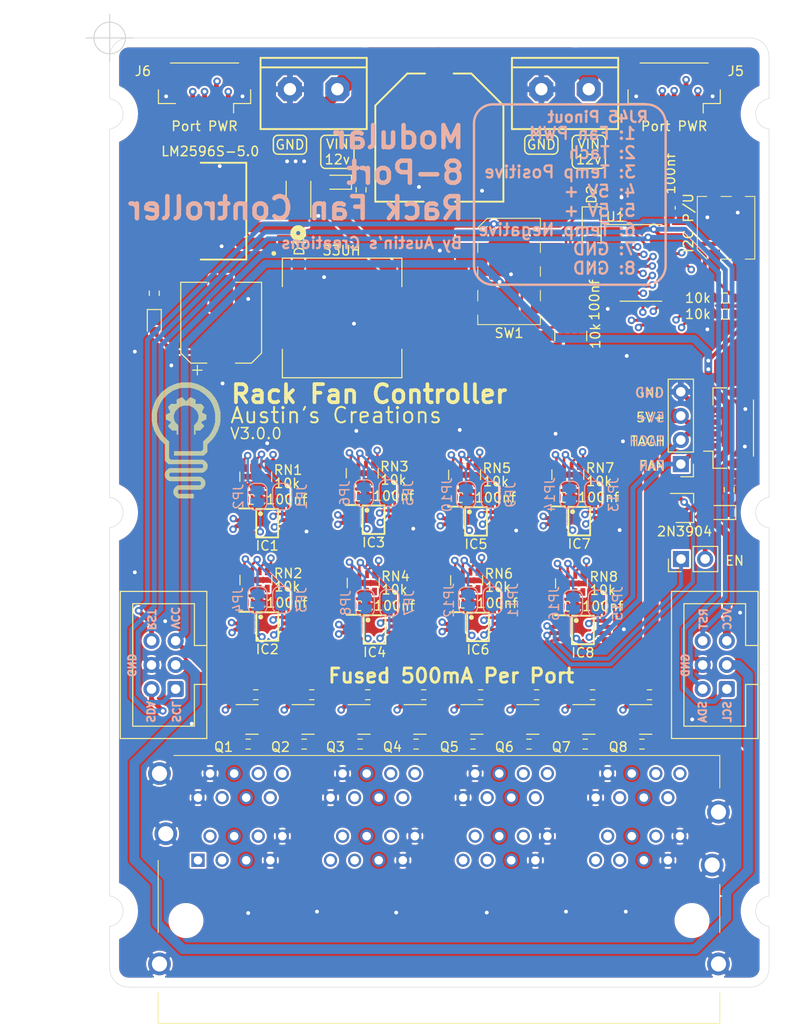
<source format=kicad_pcb>
(kicad_pcb (version 20211014) (generator pcbnew)
  (layers (0 "F.Cu" signal) (1 "In1.Cu" signal) (2 "In2.Cu" signal) (31 "B.Cu" signal) (34 "B.Paste" user) (35 "F.Paste" user) (36 "B.SilkS" user "B.Silkscreen") (37 "F.SilkS" user "F.Silkscreen") (38 "B.Mask" user) (39 "F.Mask" user) (44 "Edge.Cuts" user))
  (net 0 "")
  (net 1 "3.3v")
  (net 2 "GNDREF")
  (net 3 "VDD")
  (net 4 "VCC")
  (net 5 "Net-(D1-Pad1)")
  (net 6 "Net-(D2-Pad1)")
  (net 7 "DP1")
  (net 8 "DN1")
  (net 9 "FAN1")
  (net 10 "TACH1")
  (net 11 "SDA1")
  (net 12 "SCL1")
  (net 13 "FAN2")
  (net 14 "TACH2")
  (net 15 "SDA2")
  (net 16 "SCL2")
  (net 17 "FAN3")
  (net 18 "TACH3")
  (net 19 "SDA3")
  (net 20 "SCL3")
  (net 21 "FAN4")
  (net 22 "TACH4")
  (net 23 "SDA4")
  (net 24 "SCL4")
  (net 25 "FAN5")
  (net 26 "TACH5")
  (net 27 "SDA5")
  (net 28 "SCL5")
  (net 29 "FAN6")
  (net 30 "TACH6")
  (net 31 "SDA6")
  (net 32 "SCL6")
  (net 33 "FAN7")
  (net 34 "TACH7")
  (net 35 "SDA7")
  (net 36 "SCL7")
  (net 37 "FAN8")
  (net 38 "TACH8")
  (net 39 "SDA8")
  (net 40 "SCL8")
  (net 41 "DP8")
  (net 42 "Net-(J1-Pad3)")
  (net 43 "pw1")
  (net 44 "pw2")
  (net 45 "pw3")
  (net 46 "pw4")
  (net 47 "pw5")
  (net 48 "pw6")
  (net 49 "pw7")
  (net 50 "pw8")
  (net 51 "SCL")
  (net 52 "Net-(J9-Pad2)")
  (net 53 "SDA")
  (net 54 "RST")
  (net 55 "Net-(C12-Pad1)")
  (net 56 "Net-(JP1-Pad2)")
  (net 57 "Net-(JP2-Pad2)")
  (net 58 "Net-(JP3-Pad2)")
  (net 59 "Net-(JP4-Pad2)")
  (net 60 "Net-(JP5-Pad2)")
  (net 61 "Net-(JP6-Pad2)")
  (net 62 "Net-(JP7-Pad2)")
  (net 63 "Net-(JP8-Pad2)")
  (net 64 "Net-(JP9-Pad2)")
  (net 65 "Net-(JP10-Pad2)")
  (net 66 "Net-(JP11-Pad2)")
  (net 67 "Net-(JP12-Pad2)")
  (net 68 "Net-(JP13-Pad2)")
  (net 69 "Net-(JP14-Pad2)")
  (net 70 "Net-(JP15-Pad2)")
  (net 71 "DN8")
  (net 72 "Net-(Q2-Pad2)")
  (net 73 "Net-(Q3-Pad2)")
  (net 74 "Net-(Q4-Pad2)")
  (net 75 "Net-(Q5-Pad2)")
  (net 76 "Net-(Q6-Pad2)")
  (net 77 "Net-(Q7-Pad2)")
  (net 78 "Net-(Q8-Pad2)")
  (net 79 "Net-(D3-Pad1)")
  (net 80 "DP2")
  (net 81 "Net-(RJ45-1-PadA4)")
  (net 82 "DN2")
  (net 83 "DP4")
  (net 84 "Net-(RJ45-1-PadB4)")
  (net 85 "DN4")
  (net 86 "DP6")
  (net 87 "Net-(RJ45-1-PadC4)")
  (net 88 "DN6")
  (net 89 "Net-(RJ45-1-PadD4)")
  (net 90 "Net-(RJ45-1-PadE4)")
  (net 91 "DP3")
  (net 92 "Net-(RJ45-1-PadF4)")
  (net 93 "DN3")
  (net 94 "DP5")
  (net 95 "Net-(RJ45-1-PadG4)")
  (net 96 "DN5")
  (net 97 "DP7")
  (net 98 "Net-(RJ45-1-PadH4)")
  (net 99 "DN7")
  (net 100 "Net-(Q1-Pad2)")
  (net 101 "Net-(JP16-Pad2)")
  (net 102 "Net-(D4-Pad1)")
  (net 103 "Net-(RN9-Pad6)")
  (net 104 "Net-(RN9-Pad7)")
  (net 105 "Net-(RN9-Pad8)")
  (net 106 "Net-(D5-Pad1)")
  (net 107 "Net-(R9-Pad1)")
  (net 108 "Net-(R10-Pad1)")
  (footprint "Resistor_SMD:R_0603_1608Metric" (layer "F.Cu") (at 70.89999 89.199999 180)
    (fp_text reference "R7" hide)
    (fp_text value "10k" hide)
  )
  (footprint "Resistor_SMD:R_0603_1608Metric" (layer "F.Cu") (at 65.000001 89.199999)
    (fp_text reference "R6" hide)
    (fp_text value "10k" hide)
  )
  (footprint "Austins creations:12x12x8 inductor" (layer "F.Cu") (at 44.500013 49.500003)
    (fp_text reference "L1" hide)
    (fp_text value "33UH")
  )
  (footprint "Resistor_SMD:R_0603_1608Metric" (layer "F.Cu") (at 34.6 94.4 180)
    (fp_text reference "TH1" hide)
    (fp_text value "Fuse_PTC" hide)
  )
  (footprint "Diode_SMD:D_SOD-123F" (layer "F.Cu") (at 70.799998 39.999982 -90)
    (fp_text reference "D2")
    (fp_text value "SM4007" hide)
  )
  (footprint "Austins creations:R-RJ45R08P-8000" (layer "F.Cu") (at 54.649992 116.199996 180)
    (fp_text reference "RJ45-1" hide)
    (fp_text value "R-RJ45R08P-8000" hide)
  )
  (footprint "Package_TO_SOT_SMD:SOT-23" (layer "F.Cu") (at 58.7 91.8)
    (fp_text reference "Q5")
    (fp_text value "AO3401A" hide)
  )
  (footprint "logos:Creations logo med" (layer "F.Cu") (at 28.1 59.95)
    (fp_text reference "LOGO1" hide)
    (fp_text value "Creations_logo_med" hide)
  )
  (footprint "Austins creations:2pinblock" (layer "F.Cu") (at 41.5 25.4 180)
    (fp_text reference "J4" hide)
    (fp_text value "Screw_Terminal_01x02" hide)
  )
  (footprint "Package_TO_SOT_SMD:SOT-23" (layer "F.Cu") (at 64.6 91.8)
    (fp_text reference "Q6")
    (fp_text value "AO3401A" hide)
  )
  (footprint "Capacitor_SMD:C_0603_1608Metric" (layer "F.Cu") (at 71.1 43.8 -90)
    (fp_text reference "C12" hide)
    (fp_text value "100nf")
  )
  (footprint "Resistor_SMD:R_0603_1608Metric" (layer "F.Cu") (at 84.9 49.1 180)
    (fp_text reference "R10" hide)
    (fp_text value "10k")
  )
  (footprint "Resistor_SMD:R_0603_1608Metric" (layer "F.Cu") (at 59.099988 89.199999 180)
    (fp_text reference "R5" hide)
    (fp_text value "10k" hide)
  )
  (footprint "Resistor_SMD:R_0603_1608Metric" (layer "F.Cu") (at 46.5 36 -90)
    (fp_text reference "R11" hide)
    (fp_text value "10k" hide)
  )
  (footprint "Resistor_SMD:R_0603_1608Metric" (layer "F.Cu") (at 24.7 46.9 90)
    (fp_text reference "R12" hide)
    (fp_text value "1k" hide)
  )
  (footprint "Package_TO_SOT_SMD:SOT-23" (layer "F.Cu") (at 40.9 91.8)
    (fp_text reference "Q2")
    (fp_text value "AO3401A" hide)
  )
  (footprint "Capacitor_SMD:C_0603_1608Metric" (layer "F.Cu") (at 46.323489 79.825)
    (fp_text reference "C4" hide)
    (fp_text value "100nf")
  )
  (footprint "Austins creations:LM2596S" (layer "F.Cu") (at 30.6 38.25 180)
    (fp_text reference "PS1" hide)
    (fp_text value "LM2596S-5.0")
  )
  (footprint "Austins creations:4P_DIP" (layer "F.Cu") (at 62.1 44.6)
    (fp_text reference "SW1")
    (fp_text value "SW_DIP_x04" hide)
  )
  (footprint "Resistor_SMD:R_Array_Convex_4x0603" (layer "F.Cu") (at 57.623489 77.15 -90)
    (fp_text reference "RN6")
    (fp_text value "10k")
  )
  (footprint "Resistor_SMD:R_Array_Convex_4x0603" (layer "F.Cu") (at 68.289657 66.007896 -90)
    (fp_text reference "RN7")
    (fp_text value "10k")
  )
  (footprint "Connector_JST:JST_GH_SM05B-GHS-TB_1x05-1MP_P1.25mm_Horizontal" (layer "F.Cu") (at 30 25.2 180)
    (fp_text reference "J6")
    (fp_text value "Conn_01x05_MountingPin" hide)
  )
  (footprint "Capacitor_SMD:C_0603_1608Metric" (layer "F.Cu") (at 79.1 37.9 90)
    (fp_text reference "C11" hide)
    (fp_text value "100nf")
  )
  (footprint "Package_TO_SOT_SMD:SOT-23" (layer "F.Cu") (at 70.5 91.8)
    (fp_text reference "Q7")
    (fp_text value "AO3401A" hide)
  )
  (footprint "Resistor_SMD:R_Array_Convex_4x0603" (layer "F.Cu") (at 46.616168 65.859407 -90)
    (fp_text reference "RN3")
    (fp_text value "10k")
  )
  (footprint "Resistor_SMD:R_Array_Convex_4x0603" (layer "F.Cu") (at 68.6 51.4 90)
    (fp_text reference "RN9" hide)
    (fp_text value "10k")
  )
  (footprint "Resistor_SMD:R_Array_Convex_4x0603" (layer "F.Cu") (at 57.410344 66.032896 -90)
    (fp_text reference "RN5")
    (fp_text value "10k")
  )
  (footprint "Connector_IDC:IDC-Header_2x03_P2.54mm_Vertical" (layer "F.Cu") (at 85.05 88.6 180)
    (fp_text reference "J1" hide)
    (fp_text value "Conn_02x03_Odd_Even" hide)
  )
  (footprint "Resistor_SMD:R_Array_Convex_4x0603" (layer "F.Cu") (at 68.677802 77.475 -90)
    (fp_text reference "RN8")
    (fp_text value "10k")
  )
  (footprint "Capacitor_SMD:C_0603_1608Metric" (layer "F.Cu") (at 67.889657 68.407896)
    (fp_text reference "C7" hide)
    (fp_text value "100nf")
  )
  (footprint "bare-footprints:8-MSOP" (layer "F.Cu") (at 47.923489 82.325)
    (fp_text reference "IC4")
    (fp_text value "EMC2101-ACZL-TR" hide)
  )
  (footprint "Package_TO_SOT_SMD:SOT-23" (layer "F.Cu") (at 76.5 91.8)
    (fp_text reference "Q8")
    (fp_text value "AO3401A" hide)
  )
  (footprint "Capacitor_SMD:C_0603_1608Metric" (layer "F.Cu") (at 46.216168 68.259407)
    (fp_text reference "C3" hide)
    (fp_text value "100nf")
  )
  (footprint "Capacitor_SMD:C_0603_1608Metric" (layer "F.Cu") (at 57.010344 68.432896)
    (fp_text reference "C5" hide)
    (fp_text value "100nf")
  )
  (footprint "LED_SMD:LED_0603_1608Metric" (layer "F.Cu") (at 44 35.2 180)
    (fp_text reference "D3" hide)
    (fp_text value "red/yellow" hide)
  )
  (footprint "Resistor_SMD:R_0603_1608Metric" (layer "F.Cu") (at 70.12501 94.399989 180)
    (fp_text reference "TH7" hide)
    (fp_text value "Fuse_PTC" hide)
  )
  (footprint "bare-footprints:8-MSOP" (layer "F.Cu") (at 58.823489 82.05)
    (fp_text reference "IC6")
    (fp_text value "EMC2101-ACZL-TR" hide)
  )
  (footprint "Resistor_SMD:R_Array_Convex_4x0603" (layer "F.Cu") (at 46.723489 77.425 -90)
    (fp_text reference "RN4")
    (fp_text value "10k")
  )
  (footprint "bare-footprints:8-MSOP" (layer "F.Cu") (at 36.613145 82.010343)
    (fp_text reference "IC2")
    (fp_text value "EMC2101-ACZL-TR" hide)
  )
  (footprint "Austins creations:2P_DIP" (layer "F.Cu") (at 85 40 90)
    (fp_text reference "SW2" hide)
    (fp_text value "2P_DIP" hide)
  )
  (footprint "Resistor_SMD:R_0603_1608Metric" (layer "F.Cu") (at 58.299989 94.399989 180)
    (fp_text reference "TH5" hide)
    (fp_text value "Fuse_PTC" hide)
  )
  (footprint "Resistor_SMD:R_0603_1608Metric" (layer "F.Cu") (at 41.299998 89.199999)
    (fp_text reference "R2" hide)
    (fp_text value "10k" hide)
  )
  (footprint "bare-footprints:8-MSOP" (layer "F.Cu") (at 36.6 71.125)
    (fp_text reference "IC1")
    (fp_text value "EMC2101-ACZL-TR" hide)
  )
  (footprint "Capacitor_SMD:C_0603_1608Metric" (layer "F.Cu") (at 35 68.625)
    (fp_text reference "C1" hide)
    (fp_text value "100nf")
  )
  (footprint "Connector_PinHeader_2.54mm:PinHeader_1x02_P2.54mm_Vertical" (layer "F.Cu") (at 80.225 74.9 90)
    (fp_text reference "J9" hide)
    (fp_text value "Conn_01x02" hide)
  )
  (footprint "Capacitor_SMD:C_0603_1608Metric" (layer "F.Cu") (at 35.013145 79.510343)
    (fp_text reference "C2" hide)
    (fp_text value "100nf")
  )
  (footprint "Resistor_SMD:R_0603_1608Metric" (layer "F.Cu") (at 35.4 89.2 180)
    (fp_text reference "R1" hide)
    (fp_text value "10k" hide)
  )
  (footprint "Resistor_SMD:R_0603_1608Metric" (layer "F.Cu") (at 52.300001 94.399989)
    (fp_text reference "TH4" hide)
    (fp_text value "Fuse_PTC" hide)
  )
  (footprint "Connector_JST:JST_GH_SM04B-GHS-TB_1x04-1MP_P1.25mm_Horizontal" (layer "F.Cu") (at 85.3 61.1 90)
    (fp_text reference "J8" hide)
    (fp_text value "Conn_01x04_MountingPin" hide)
  )
  (footprint "Resistor_SMD:R_0603_1608Metric" (layer "F.Cu") (at 64.200003 94.399989)
    (fp_text reference "TH6" hide)
    (fp_text value "Fuse_PTC" hide)
  )
  (footprint "Austins creations:2pinblock" (layer "F.Cu") (at 68 25.4 180)
    (fp_text reference "J3" hide)
    (fp_text value "Screw_Terminal_01x02" hide)
  )
  (footprint "Resistor_SMD:R_Array_Convex_4x0603" (layer "F.Cu") (at 35.4 66.225 -90)
    (fp_text reference "RN1")
    (fp_text value "10k")
  )
  (footprint "Resistor_SMD:R_0603_1608Metric" (layer "F.Cu") (at 85.3 67.6 90)
    (fp_text reference "R13" hide)
    (fp_text value "1k" hide)
  )
  (footprint "Resistor_SMD:R_0603_1608Metric" (layer "F.Cu") (at 47.200012 89.199999 180)
    (fp_text reference "R3" hide)
    (fp_text value "10k" hide)
  )
  (footprint "Resistor_SMD:R_0603_1608Metric" (layer "F.Cu") (at 84.9 47.4 180)
    (fp_text reference "R9" hide)
    (fp_text value "10k")
  )
  (footprint "Capacitor_SMD:C_0603_1608Metric" (layer "F.Cu") (at 57.223489 79.55)
    (fp_text reference "C6" hide)
    (fp_text value "100nf")
  )
  (footprint "Capacitor_SMD:C_0603_1608Metric" (layer "F.Cu") (at 68.277802 79.875)
    (fp_text reference "C8" hide)
    (fp_text value "100nf")
  )
  (footprint "bare-footprints:8-MSOP" (layer "F.Cu") (at 47.816168 70.759407)
    (fp_text reference "IC3")
    (fp_text value "EMC2101-ACZL-TR" hide)
  )
  (footprint "Package_SO:TSSOP-24_4.4x7.8mm_P0.65mm" (layer "F.Cu") (at 76 43.7)
    (fp_text reference "U1")
    (fp_text value "TCA9548APWR" hide)
  )
  (footprint "Resistor_SMD:R_0603_1608Metric" (layer "F.Cu") (at 46.399988 94.399989 180)
    (fp_text reference "TH3" hide)
    (fp_text value "Fuse_PTC" hide)
  )
  (footprint "Connector_JST:JST_GH_SM05B-GHS-TB_1x05-1MP_P1.25mm_Horizontal" (layer "F.Cu") (at 79.5 25.2 180)
    (fp_text reference "J5")
    (fp_text value "Conn_01x05_MountingPin" hide)
  )
  (footprint "Capacitor_SMD:CP_Elec_8x6.2" (layer "F.Cu") (at 31.75 50.000002 90)
    (fp_text reference "C10" hide)
    (fp_text value "220uF 6.3v" hide)
  )
  (footprint "Package_TO_SOT_SMD:SOT-23" (layer "F.Cu") (at 52.7 91.8)
    (fp_text reference "Q4")
    (fp_text value "AO3401A" hide)
  )
  (footprint "Package_TO_SOT_SMD:SOT-23" (layer "F.Cu") (at 46.8 91.8)
    (fp_text reference "Q3")
    (fp_text value "AO3401A" hide)
  )
  (footprint "Resistor_SMD:R_Array_Convex_4x0603" (layer "F.Cu") (at 35.413145 77.110343 -90)
    (fp_text reference "RN2")
    (fp_text value "10k")
  )
  (footprint "Connector_IDC:IDC-Header_2x03_P2.54mm_Vertical" (layer "F.Cu") (at 26.95 88.6 180)
    (fp_text reference "J2" hide)
    (fp_text value "Conn_02x03_Odd_Even" hide)
  )
  (footprint "bare-footprints:8-MSOP" (layer "F.Cu") (at 69.877802 82.375)
    (fp_text reference "IC8")
    (fp_text value "EMC2101-ACZL-TR" hide)
  )
  (footprint "LED_SMD:LED_0603_1608Metric" (layer "F.Cu") (at 24.7 50.1 -90)
    (fp_text reference "D4" hide)
    (fp_text value "green" hide)
  )
  (footprint "bare-footprints:8-MSOP" (layer "F.Cu") (at 69.489657 70.907896)
    (fp_text reference "IC7")
    (fp_text value "EMC2101-ACZL-TR" hide)
  )
  (footprint "Resistor_SMD:R_0603_1608Metric" (layer "F.Cu") (at 40.5 94.4)
    (fp_text reference "TH2" hide)
    (fp_text value "Fuse_PTC" hide)
  )
  (footprint "Austins creations:PMEG3050EP" (layer "F.Cu") (at 39.899996 37 90)
    (fp_text reference "D1")
    (fp_text value "PMEG4050EP" hide)
  )
  (footprint "Package_TO_SOT_SMD:TSOT-23" (layer "F.Cu") (at 80.6 69.5)
    (fp_text reference "Q9" hide)
    (fp_text value "2N3904")
  )
  (footprint "Resistor_SMD:R_0603_1608Metric" (layer "F.Cu") (at 76.900003 89.2)
    (fp_text reference "R8" hide)
    (fp_text value "10k" hide)
  )
  (footprint "Austins creations:large capacitor 12.5d 13.5h" (layer "F.Cu") (at 54.75 30.5 -90)
    (fp_text reference "C9" hide)
    (fp_text value "680uF 35v" hide)
  )
  (footprint "Resistor_SMD:R_0603_1608Metric" (layer "F.Cu") (at 76.100005 94.4)
    (fp_text reference "TH8" hide)
    (fp_text value "Fuse_PTC" hide)
  )
  (footprint "LED_SMD:LED_0603_1608Metric" (layer "F.Cu") (at 84.5 70 180)
    (fp_text reference "D5" hide)
    (fp_text value "blue" hide)
  )
  (footprint "Package_TO_SOT_SMD:SOT-23" (layer "F.Cu") (at 35 91.8)
    (fp_text reference "Q1")
    (fp_text value "AO3401A" hide)
  )
  (footprint "bare-footprints:8-MSOP" (layer "F.Cu") (at 58.610344 70.932896)
    (fp_text reference "IC5")
    (fp_text value "EMC2101-ACZL-TR" hide)
  )
  (footprint "Connector_PinHeader_2.54mm:PinHeader_1x04_P2.54mm_Vertical" (layer "F.Cu") (at 80.199992 64.899997 180)
    (fp_text reference "J7" hide)
    (fp_text value "Conn_01x04" hide)
  )
  (footprint "Resistor_SMD:R_0603_1608Metric" (layer "F.Cu") (at 53.1 89.199999)
    (fp_text reference "R4" hide)
    (fp_text value "10k" hide)
  )
  (footprint "Jumper:SolderJumper-2_P1.3mm_Bridged_RoundedPad1.0x1.5mm" (layer "B.Cu") (at 38.183832 79.210343 90)
    (fp_text reference "JP3")
    (fp_text value "Jumper_2_Bridged" hide)
  )
  (footprint "Jumper:SolderJumper-2_P1.3mm_Bridged_RoundedPad1.0x1.5mm" (layer "B.Cu") (at 71.064657 68.107896 90)
    (fp_text reference "JP13")
    (fp_text value "Jumper_2_Bridged" hide)
  )
  (footprint "Jumper:SolderJumper-2_P1.3mm_Bridged_RoundedPad1.0x1.5mm" (layer "B.Cu") (at 35.583832 79.210343 90)
    (fp_text reference "JP4")
    (fp_text value "Jumper_2_Bridged" hide)
  )
  (footprint "Jumper:SolderJumper-2_P1.3mm_Bridged_RoundedPad1.0x1.5mm" (layer "B.Cu") (at 38.170687 68.325 90)
    (fp_text reference "JP1")
    (fp_text value "Jumper_2_Bridged" hide)
  )
  (footprint "Jumper:SolderJumper-2_P1.3mm_Bridged_RoundedPad1.0x1.5mm" (layer "B.Cu") (at 60.160344 68.132896 90)
    (fp_text reference "JP9")
    (fp_text value "Jumper_2_Bridged" hide)
  )
  (footprint "Jumper:SolderJumper-2_P1.3mm_Bridged_RoundedPad1.0x1.5mm" (layer "B.Cu") (at 57.773489 79.25 90)
    (fp_text reference "JP12")
    (fp_text value "Jumper_2_Bridged" hide)
  )
  (footprint "Jumper:SolderJumper-2_P1.3mm_Bridged_RoundedPad1.0x1.5mm" (layer "B.Cu") (at 35.570687 68.325 90)
    (fp_text reference "JP2")
    (fp_text value "Jumper_2_Bridged" hide)
  )
  (footprint "Jumper:SolderJumper-2_P1.3mm_Bridged_RoundedPad1.0x1.5mm" (layer "B.Cu") (at 71.448489 79.575 90)
    (fp_text reference "JP15")
    (fp_text value "Jumper_2_Bridged" hide)
  )
  (footprint "Jumper:SolderJumper-2_P1.3mm_Bridged_RoundedPad1.0x1.5mm" (layer "B.Cu") (at 49.386855 67.959407 90)
    (fp_text reference "JP5")
    (fp_text value "Jumper_2_Bridged" hide)
  )
  (footprint "Jumper:SolderJumper-2_P1.3mm_Bridged_RoundedPad1.0x1.5mm" (layer "B.Cu") (at 49.473489 79.525 90)
    (fp_text reference "JP7")
    (fp_text value "Jumper_2_Bridged" hide)
  )
  (footprint "Jumper:SolderJumper-2_P1.3mm_Bridged_RoundedPad1.0x1.5mm" (layer "B.Cu") (at 60.373489 79.25 90)
    (fp_text reference "JP11")
    (fp_text value "Jumper_2_Bridged" hide)
  )
  (footprint "Jumper:SolderJumper-2_P1.3mm_Bridged_RoundedPad1.0x1.5mm" (layer "B.Cu") (at 57.560344 68.132896 90)
    (fp_text reference "JP10")
    (fp_text value "Jumper_2_Bridged" hide)
  )
  (footprint "Jumper:SolderJumper-2_P1.3mm_Bridged_RoundedPad1.0x1.5mm" (layer "B.Cu") (at 46.894176 79.525 90)
    (fp_text reference "JP8")
    (fp_text value "Jumper_2_Bridged" hide)
  )
  (footprint "Jumper:SolderJumper-2_P1.3mm_Bridged_RoundedPad1.0x1.5mm" (layer "B.Cu") (at 68.848489 79.575 90)
    (fp_text reference "JP16")
    (fp_text value "Jumper_2_Bridged" hide)
  )
  (footprint "Jumper:SolderJumper-2_P1.3mm_Bridged_RoundedPad1.0x1.5mm" (layer "B.Cu") (at 46.786855 67.959407 90)
    (fp_text reference "JP6")
    (fp_text value "Jumper_2_Bridged" hide)
  )
  (footprint "Jumper:SolderJumper-2_P1.3mm_Bridged_RoundedPad1.0x1.5mm" (layer "B.Cu") (at 68.460344 68.107896 90)
    (fp_text reference "JP14")
    (fp_text value "Jumper_2_Bridged" hide)
  )
  (gr_arc (start 76.6 27) (mid 78.014214 27.585786) (end 78.6 29) (layer "B.SilkS") (width 0.254))
  (gr_line (start 58.4 44) (end 58.4 29) (layer "B.SilkS") (width 0.254))
  (gr_line (start 60.4 27) (end 76.6 27) (layer "B.SilkS") (width 0.254))
  (gr_line (start 76.6 46) (end 60.4 46) (layer "B.SilkS") (width 0.254))
  (gr_arc (start 60.4 46) (mid 58.985786 45.414214) (end 58.4 44) (layer "B.SilkS") (width 0.254))
  (gr_line (start 78.6 29) (end 78.6 44) (layer "B.SilkS") (width 0.254))
  (gr_arc (start 58.4 29) (mid 58.985786 27.585786) (end 60.4 27) (layer "B.SilkS") (width 0.254))
  (gr_arc (start 78.6 44) (mid 78.014214 45.414214) (end 76.6 46) (layer "B.SilkS") (width 0.254))
  (gr_arc locked (start 40.25 30.25) (mid 40.603553 30.396447) (end 40.75 30.75) (layer "F.SilkS") (width 0.15))
  (gr_arc (start 67.25 31.75) (mid 67.103553 32.103553) (end 66.75 32.25) (layer "F.SilkS") (width 0.15))
  (gr_line (start 71.75 33.75) (end 69.25 33.75) (layer "F.SilkS") (width 0.15))
  (gr_arc locked (start 37.25 30.75) (mid 37.396447 30.396447) (end 37.75 30.25) (layer "F.SilkS") (width 0.15))
  (gr_arc locked (start 40.75 31.75) (mid 40.603553 32.103553) (end 40.25 32.25) (layer "F.SilkS") (width 0.15))
  (gr_line locked (start 40.25 32.25) (end 37.75 32.25) (layer "F.SilkS") (width 0.15))
  (gr_arc (start 68.75 30.75) (mid 68.896447 30.396447) (end 69.25 30.25) (layer "F.SilkS") (width 0.15))
  (gr_arc locked (start 42.75 33.75) (mid 42.396447 33.603553) (end 42.25 33.25) (layer "F.SilkS") (width 0.15))
  (gr_line (start 72.25 30.75) (end 72.25 33.25) (layer "F.SilkS") (width 0.15))
  (gr_arc (start 71.75 30.25) (mid 72.103553 30.396447) (end 72.25 30.75) (layer "F.SilkS") (width 0.15))
  (gr_line locked (start 42.75 30.25) (end 45.25 30.25) (layer "F.SilkS") (width 0.15))
  (gr_line (start 67.25 30.75) (end 67.25 31.75) (layer "F.SilkS") (width 0.15))
  (gr_line locked (start 40.75 30.75) (end 40.75 31.75) (layer "F.SilkS") (width 0.15))
  (gr_arc locked (start 42.25 30.75) (mid 42.396447 30.396447) (end 42.75 30.25) (layer "F.SilkS") (width 0.15))
  (gr_line locked (start 45.75 30.75) (end 45.75 33.25) (layer "F.SilkS") (width 0.15))
  (gr_line (start 69.25 30.25) (end 71.75 30.25) (layer "F.SilkS") (width 0.15))
  (gr_line locked (start 42.25 33.25) (end 42.25 30.75) (layer "F.SilkS") (width 0.15))
  (gr_line locked (start 37.25 30.75) (end 37.25 31.75) (layer "F.SilkS") (width 0.15))
  (gr_line (start 66.75 32.25) (end 64.25 32.25) (layer "F.SilkS") (width 0.15))
  (gr_arc locked (start 37.75 32.25) (mid 37.396447 32.103553) (end 37.25 31.75) (layer "F.SilkS") (width 0.15))
  (gr_arc locked (start 45.75 33.25) (mid 45.603553 33.603553) (end 45.25 33.75) (layer "F.SilkS") (width 0.15))
  (gr_arc (start 63.75 30.75) (mid 63.896447 30.396447) (end 64.25 30.25) (layer "F.SilkS") (width 0.15))
  (gr_arc (start 69.25 33.75) (mid 68.896447 33.603553) (end 68.75 33.25) (layer "F.SilkS") (width 0.15))
  (gr_arc locked (start 45.25 30.25) (mid 45.603553 30.396447) (end 45.75 30.75) (layer "F.SilkS") (width 0.15))
  (gr_line locked (start 40.25 30.25) (end 37.75 30.25) (layer "F.SilkS") (width 0.15))
  (gr_line (start 68.75 33.25) (end 68.75 30.75) (layer "F.SilkS") (width 0.15))
  (gr_line (start 63.75 30.75) (end 63.75 31.75) (layer "F.SilkS") (width 0.15))
  (gr_arc (start 64.25 32.25) (mid 63.896447 32.103553) (end 63.75 31.75) (layer "F.SilkS") (width 0.15))
  (gr_line locked (start 45.25 33.75) (end 42.75 33.75) (layer "F.SilkS") (width 0.15))
  (gr_arc (start 72.25 33.25) (mid 72.103553 33.603553) (end 71.75 33.75) (layer "F.SilkS") (width 0.15))
  (gr_line (start 66.75 30.25) (end 64.25 30.25) (layer "F.SilkS") (width 0.15))
  (gr_arc (start 66.75 30.25) (mid 67.103553 30.396447) (end 67.25 30.75) (layer "F.SilkS") (width 0.15))
  (gr_arc (start 20 26.4) (mid 21.41183 28) (end 20 29.6) (layer "Edge.Cuts") (width 0.05))
  (gr_line (start 20 118) (end 20 113.6) (layer "Edge.Cuts") (width 0.05))
  (gr_arc (start 87.5 20) (mid 88.914214 20.585786) (end 89.5 22) (layer "Edge.Cuts") (width 0.05))
  (gr_arc (start 89.5 29.6) (mid 88.08817 28) (end 89.5 26.4) (layer "Edge.Cuts") (width 0.05))
  (gr_line (start 89.5 22) (end 89.5 26.4) (layer "Edge.Cuts") (width 0.05))
  (gr_arc (start 20 110.4) (mid 21.41183 112) (end 20 113.6) (layer "Edge.Cuts") (width 0.05))
  (gr_line (start 20 22) (end 20 26.4) (layer "Edge.Cuts") (width 0.05))
  (gr_line (start 89.5 71.6) (end 89.5 110.4) (layer "Edge.Cuts") (width 0.05))
  (gr_line (start 22 20) (end 87.5 20) (layer "Edge.Cuts") (width 0.05))
  (gr_line (start 20 29.6) (end 20 68.4) (layer "Edge.Cuts") (width 0.05))
  (gr_line (start 89.5 113.6) (end 89.5 118) (layer "Edge.Cuts") (width 0.05))
  (gr_line (start 89.5 68.4) (end 89.5 29.6) (layer "Edge.Cuts") (width 0.05))
  (gr_arc (start 89.5 113.6) (mid 88.08817 112) (end 89.5 110.4) (layer "Edge.Cuts") (width 0.05))
  (gr_arc (start 89.5 71.6) (mid 88.08817 70) (end 89.5 68.4) (layer "Edge.Cuts") (width 0.05))
  (gr_arc (start 20 22) (mid 20.585786 20.585786) (end 22 20) (layer "Edge.Cuts") (width 0.05))
  (gr_line (start 20 71.6) (end 20 110.4) (layer "Edge.Cuts") (width 0.05))
  (gr_arc (start 20 68.4) (mid 21.41183 70) (end 20 71.6) (layer "Edge.Cuts") (width 0.05))
  (gr_arc (start 22 120) (mid 20.585786 119.414214) (end 20 118) (layer "Edge.Cuts") (width 0.05))
  (gr_line (start 87.5 120) (end 22 120) (layer "Edge.Cuts") (width 0.05))
  (gr_arc (start 89.5 118) (mid 88.914214 119.414214) (end 87.5 120) (layer "Edge.Cuts") (width 0.05))
  (gr_text "GND" (at 22.3 86.1 270) (layer "B.SilkS") (effects (font (size 0.8 0.8) (thickness 0.2)) (justify mirror)))
  (gr_text "5V+" (at 78.6 59.4) (layer "B.SilkS") (effects (font (size 1 1)) (justify left top mirror)))
  (gr_text "RST" (at 24.4 81.3 270) (layer "B.SilkS") (effects (font (size 0.8 0.8) (thickness 0.2)) (justify mirror)))
  (gr_text "GND" (at 80.7 86.1 90) (layer "B.SilkS") (effects (font (size 0.8 0.8) (thickness 0.2)) (justify mirror)))
  (gr_text "SDA" (at 24.3 91 -90) (layer "B.SilkS") (effects (font (size 0.8 0.8) (thickness 0.2)) (justify mirror)))
  (gr_text "RST" (at 82.6 81.2 90) (layer "B.SilkS") (effects (font (size 0.8 0.8) (thickness 0.2)) (justify mirror)))
  (gr_text "By Austin's Creations" (at 57.3 42.3) (layer "B.SilkS") (effects (font (size 1.180592 1.180592) (thickness 0.241808)) (justify left bottom mirror)))
  (gr_text "SCL" (at 85.1 91 90) (layer "B.SilkS") (effects (font (size 0.8 0.8) (thickness 0.2)) (justify mirror)))
  (gr_text "SDA" (at 82.5 91 90) (layer "B.SilkS") (effects (font (size 0.8 0.8) (thickness 0.2)) (justify mirror)))
  (gr_text "Modular\n8-Port\nRack Fan Controller" (at 57.6 39.3) (layer "B.SilkS") (effects (font (size 2.324 2.324) (thickness 0.476)) (justify left bottom mirror)))
  (gr_text "GND" (at 78.5 56.8) (layer "B.SilkS") (effects (font (size 1 1)) (justify left top mirror)))
  (gr_text "TACH" (at 78.516666 61.9) (layer "B.SilkS") (effects (font (size 1 1)) (justify left top mirror)))
  (gr_text "FAN" (at 78.6 64.5) (layer "B.SilkS") (effects (font (size 1 1)) (justify left top mirror)))
  (gr_text "VCC" (at 85.1 81.2 90) (layer "B.SilkS") (effects (font (size 0.8 0.8) (thickness 0.2)) (justify mirror)))
  (gr_text "RJ45 Pinout" (at 76.9 29) (layer "B.SilkS") (effects (font (size 1.148 1.148) (thickness 0.252)) (justify left bottom mirror)))
  (gr_text "VCC" (at 26.9 81.1 270) (layer "B.SilkS") (effects (font (size 0.8 0.8) (thickness 0.2)) (justify mirror)))
  (gr_text "SCL" (at 27 91 270) (layer "B.SilkS") (effects (font (size 0.8 0.8) (thickness 0.2)) (justify mirror)))
  (gr_text "1: Fan PWM\n2: Tach\n3: Temp Positive\n4: 5V +\n5: 5V +\n6: Temp Negative\n7: GND\n8: GND" (at 75.600001 45.000012) (layer "B.SilkS") (effects (font (size 1.26 1.26) (thickness 0.24)) (justify left bottom mirror)))
  (gr_text "Rack Fan Controller" (at 32.6 56.4) (layer "F.SilkS") (effects (font (size 1.909 1.909) (thickness 0.391)) (justify left top)))
  (gr_text "FAN" (at 75.7 64.5) (layer "F.SilkS") (effects (font (size 1 1)) (justify left top)))
  (gr_text "Austin's Creations" (at 32.6 58.8) (layer "F.SilkS") (effects (font (size 1.63576 1.63576) (thickness 0.2)) (justify left top)))
  (gr_text "5V+" (at 75.4 59.4) (layer "F.SilkS") (effects (font (size 1 1)) (justify left top)))
  (gr_text "Fused 500mA Per Port" (at 56 87.2) (layer "F.SilkS") (effects (font (size 1.5 1.5) (thickness 0.3))))
  (gr_text "VIN\n12v" (at 44 32) (layer "F.SilkS") (effects (font (size 1 1))))
  (gr_text "I2C P/U" (at 81 39.5 90) (layer "F.SilkS") (effects (font (size 1 1))))
  (gr_text "EN" (at 84.8 74.5) (layer "F.SilkS") (effects (font (size 1 1)) (justify left top)))
  (gr_text "GND" (at 65.5 31.25) (layer "F.SilkS") (effects (font (size 1 1))))
  (gr_text "VIN\n12v" (at 70.5 32) (layer "F.SilkS") (effects (font (size 1 1))))
  (gr_text "V3.0.0" (at 32.6 61) (layer "F.SilkS") (effects (font (size 1.1684 1.1684)) (justify left top)))
  (gr_text "Port PWR" (at 79.5 29.3) (layer "F.SilkS") (effects (font (size 1 1))))
  (gr_text "GND" (at 39 31.25) (layer "F.SilkS") (effects (font (size 1 1))))
  (gr_text "TACH" (at 74.8 61.9) (layer "F.SilkS") (effects (font (size 1 1)) (justify left top)))
  (gr_text "Port PWR" (at 30 29.3) (layer "F.SilkS") (effects (font (size 1 1))))
  (gr_text "GND" (at 75.3 56.8) (layer "F.SilkS") (effects (font (size 1 1)) (justify left top)))
  (target plus (at 20 20) (size 5) (width 0.1) (layer "Edge.Cuts"))
  (segment (start 83.9 41.7) (end 82.2569 41.7) (width 0.4064) (layer "F.Cu") (net 1))
  (segment (start 33.289794 68.625) (end 34.225 68.625) (width 0.4064) (layer "F.Cu") (net 1))
  (segment (start 54.047289 79.397289) (end 55.075 80.425) (width 0.4064) (layer "F.Cu") (net 1))
  (segment (start 83.7125 70) (end 83.7125 64.8875) (width 0.8128) (layer "F.Cu") (net 1))
  (segment (start 34.238145 78.035343) (end 34.213145 78.010343) (width 0.4064) (layer "F.Cu") (net 1))
  (segment (start 43.247289 69.917505) (end 43.247289 79.747289) (width 0.4064) (layer "F.Cu") (net 1))
  (segment (start 83.7125 64.8875) (end 85.4 63.2) (width 0.8128) (layer "F.Cu") (net 1))
  (segment (start 33.739657 79.510343) (end 34.238145 79.510343) (width 0.4064) (layer "F.Cu") (net 1))
  (segment (start 56.235344 68.432896) (end 56.235344 66.957896) (width 0.4064) (layer "F.Cu") (net 1))
  (segment (start 46.216168 66.759407) (end 47.016168 66.759407) (width 0.4064) (layer "F.Cu") (net 1))
  (segment (start 64.9 84.5) (end 64.9 79.6) (width 0.508) (layer "F.Cu") (net 1))
  (segment (start 64.897289 70.067505) (end 64.897289 71.731998) (width 0.4064) (layer "F.Cu") (net 1))
  (segment (start 35 67.125) (end 35.8 67.125) (width 0.4064) (layer "F.Cu") (net 1))
  (segment (start 43.717505 69.447289) (end 43.247289 69.917505) (width 0.4064) (layer "F.Cu") (net 1))
  (segment (start 54.047289 70.052711) (end 54.047289 79.397289) (width 0.4064) (layer "F.Cu") (net 1))
  (segment (start 31.6 79.2) (end 32.825 80.425) (width 0.4064) (layer "F.Cu") (net 1))
  (segment (start 85.05 83.52) (end 85.05 72.35) (width 0.8128) (layer "F.Cu") (net 1))
  (segment (start 44.85 81.35) (end 45.698489 81.35) (width 0.4064) (layer "F.Cu") (net 1))
  (segment (start 32.707397 69.207397) (end 33.289794 68.625) (width 0.4064) (layer "F.Cu") (net 1))
  (segment (start 44.085206 69.15) (end 44.05 69.15) (width 0.4064) (layer "F.Cu") (net 1))
  (segment (start 87.1 41.7) (end 87.4 42) (width 0.4064) (layer "F.Cu") (net 1))
  (segment (start 83.73 36.05) (end 84.2 36.52) (width 0.4064) (layer "F.Cu") (net 1))
  (segment (start 58.15 45.87) (end 58.15 48.41) (width 0.4064) (layer "F.Cu") (net 1))
  (segment (start 45.416168 66.759407) (end 46.216168 66.759407) (width 0.4064) (layer "F.Cu") (net 1))
  (segment (start 55.557896 69.957896) (end 54.85 69.25) (width 0.4064) (layer "F.Cu") (net 1))
  (segment (start 67.264657 69.932896) (end 66.532896 69.932896) (width 0.4064) (layer "F.Cu") (net 1))
  (segment (start 66 80.7) (end 66.825 79.875) (width 0.4064) (layer "F.Cu") (net 1))
  (segment (start 45.548489 78.35) (end 45.523489 78.325) (width 0.4064) (layer "F.Cu") (net 1))
  (segment (start 32.825 80.425) (end 33.739657 79.510343) (width 0.4064) (layer "F.Cu") (net 1))
  (segment (start 26.95 83.52) (end 29.83 86.4) (width 0.508) (layer "F.Cu") (net 1))
  (segment (start 33.435343 81.035343) (end 32.825 80.425) (width 0.4064) (layer "F.Cu") (net 1))
  (segment (start 42.3 86.4) (end 54.1 86.4) (width 0.508) (layer "F.Cu") (net 1))
  (segment (start 65.714794 69.25) (end 64.897289 70.067505) (width 0.4064) (layer "F.Cu") (net 1))
  (segment (start 31.6 70.314794) (end 32.707397 69.207397) (width 0.4064) (layer "F.Cu") (net 1))
  (segment (start 80.6819 40.125) (end 78.8625 40.125) (width 0.4064) (layer "F.Cu") (net 1))
  (segment (start 66.532896 69.932896) (end 65.85 69.25) (width 0.4064) (layer "F.Cu") (net 1))
  (segment (start 67.889657 66.907896) (end 68.689657 66.907896) (width 0.4064) (layer "F.Cu") (net 1))
  (segment (start 46.323489 78.325) (end 47.123489 78.325) (width 0.4064) (layer "F.Cu") (net 1))
  (segment (start 58.023489 78.05) (end 58.823489 78.05) (width 0.4064) (layer "F.Cu") (net 1))
  (segment (start 63 86.4) (end 64.9 84.5) (width 0.508) (layer "F.Cu") (net 1))
  (segment (start 84.2 41.4) (end 83.9 41.7) (width 0.4064) (layer "F.Cu") (net 1))
  (segment (start 44.425 79.825) (end 43.875 80.375) (width 0.4064) (layer "F.Cu") (net 1))
  (segment (start 56.448489 79.55) (end 56.448489 78.075) (width 0.4064) (layer "F.Cu") (net 1))
  (segment (start 45.591168 69.784407) (end 44.719613 69.784407) (width 0.4064) (layer "F.Cu") (net 1))
  (segment (start 55.725 81.075) (end 56.598489 81.075) (width 0.4064) (layer "F.Cu") (net 1))
  (segment (start 34.225 68.625) (end 34.225 67.15) (width 0.4064) (layer "F.Cu") (net 1))
  (segment (start 56.423489 78.05) (end 57.223489 78.05) (width 0.4064) (layer "F.Cu") (net 1))
  (segment (start 56.385344 69.957896) (end 55.557896 69.957896) (width 0.4064) (layer "F.Cu") (net 1))
  (segment (start 45.548489 79.825) (end 45.548489 78.35) (width 0.4064) (layer "F.Cu") (net 1))
  (segment (start 87.4 49.7) (end 83.1 54) (width 0.4064) (layer "F.Cu") (net 1))
  (segment (start 45.548489 79.825) (end 44.425 79.825) (width 0.4064) (layer "F.Cu") (net 1))
  (segment (start 55.075 80.425) (end 55.725 81.075) (width 0.4064) (layer "F.Cu") (net 1))
  (segment (start 67.089657 66.907896) (end 67.889657 66.907896) (width 0.4064) (layer "F.Cu") (net 1))
  (segment (start 84.2 36.52) (end 84.2 41.4) (width 0.4064) (layer "F.Cu") (net 1))
  (segment (start 85.4 63.2) (end 85.4 58.8) (width 0.8128) (layer "F.Cu") (net 1))
  (segment (start 67.502802 79.875) (end 67.502802 78.4) (width 0.4064) (layer "F.Cu") (net 1))
  (segment (start 54.85 69.25) (end 55.667104 68.432896) (width 0.4064) (layer "F.Cu") (net 1))
  (segment (start 43.247289 79.747289) (end 43.875 80.375) (width 0.4064) (layer "F.Cu") (net 1))
  (segment (start 42.3 86.4) (end 43.05 86.4) (width 0.508) (layer "F.Cu") (net 1))
  (segment (start 66.825 79.875) (end 67.502802 79.875) (width 0.4064) (layer "F.Cu") (net 1))
  (segment (start 34.225 67.15) (end 34.2 67.125) (width 0.4064) (layer "F.Cu") (net 1))
  (segment (start 43.875 80.375) (end 44.85 81.35) (width 0.4064) (layer "F.Cu") (net 1))
  (segment (start 67.114657 68.407896) (end 66.556898 68.407896) (width 0.4064) (layer "F.Cu") (net 1))
  (segment (start 85.05 72.35) (end 83.7125 71.0125) (width 0.8128) (layer "F.Cu") (net 1))
  (segment (start 54.1 86.4) (end 54.1 79.45) (width 0.508) (layer "F.Cu") (net 1))
  (segment (start 54.85 69.25) (end 54.047289 70.052711) (width 0.4064) (layer "F.Cu") (net 1))
  (segment (start 45.441168 68.259407) (end 45.441168 66.784407) (width 0.4064) (layer "F.Cu") (net 1))
  (segment (start 59.21 48.41) (end 63.1 52.3) (width 0.4064) (layer "F.Cu") (net 1))
  (segment (start 54.1 79.45) (end 54.047289 79.397289) (width 0.508) (layer "F.Cu") (net 1))
  (segment (start 44.719613 69.784407) (end 44.085206 69.15) (width 0.4064) (layer "F.Cu") (net 1))
  (segment (start 35.013145 78.010343) (end 35.813145 78.010343) (width 0.4064) (layer "F.Cu") (net 1))
  (segment (start 67.502802 78.4) (end 67.477802 78.375) (width 0.4064) (layer "F.Cu") (net 1))
  (segment (start 31.6 79.2) (end 31.6 70.314794) (width 0.4064) (layer "F.Cu") (net 1))
  (segment (start 64.9 71.734709) (end 64.9 79.6) (width 0.4064) (layer "F.Cu") (net 1))
  (segment (start 68.277802 78.375) (end 69.077802 78.375) (width 0.4064) (layer "F.Cu") (net 1))
  (segment (start 67.652802 81.4) (end 66.7 81.4) (width 0.4064) (layer "F.Cu") (net 1))
  (segment (start 57.223489 78.05) (end 58.023489 78.05) (width 0.4064) (layer "F.Cu") (net 1))
  (segment (start 82.2569 41.7) (end 80.6819 40.125) (width 0.4064) (layer "F.Cu") (net 1))
  (segment (start 44.905387 68.259407) (end 45.441168 68.259407) (width 0.4064) (layer "F.Cu") (net 1))
  (segment (start 58.15 45.87) (end 60.93 45.87) (width 0.4064) (layer "F.Cu") (net 1))
  (segment (start 67.114657 66.932896) (end 67.089657 66.907896) (width 0.4064) (layer "F.Cu") (net 1))
  (segment (start 83.9 41.7) (end 87.1 41.7) (width 0.4064) (layer "F.Cu") (net 1))
  (segment (start 30.65 86.4) (end 42.3 86.4) (width 0.508) (layer "F.Cu") (net 1))
  (segment (start 68.689657 66.907896) (end 69.489657 66.907896) (width 0.4064) (layer "F.Cu") (net 1))
  (segment (start 65.85 69.25) (end 65.714794 69.25) (width 0.4064) (layer "F.Cu") (net 1))
  (segment (start 67.477802 78.375) (end 68.277802 78.375) (width 0.4064) (layer "F.Cu") (net 1))
  (segment (start 83.1 54.9) (end 83.1 54) (width 0.8128) (layer "F.Cu") (net 1))
  (segment (start 35.8 67.125) (end 36.6 67.125) (width 0.4064) (layer "F.Cu") (net 1))
  (segment (start 29.83 86.4) (end 30.65 86.4) (width 0.508) (layer "F.Cu") (net 1))
  (segment (start 34.213145 78.010343) (end 35.013145 78.010343) (width 0.4064) (layer "F.Cu") (net 1))
  (segment (start 45.441168 66.784407) (end 45.416168 66.759407) (width 0.4064) (layer "F.Cu") (net 1))
  (segment (start 83.7125 71.0125) (end 83.7125 70) (width 0.8128) (layer "F.Cu") (net 1))
  (segment (start 66.7 81.4) (end 66 80.7) (width 0.4064) (layer "F.Cu") (net 1))
  (segment (start 83.1 56.5) (end 83.1 54.9) (width 0.8128) (layer "F.Cu") (net 1))
  (segment (start 85.4 58.8) (end 83.1 56.5) (width 0.8128) (layer "F.Cu") (net 1))
  (segment (start 34.375 70.15) (end 33.675015 70.15) (width 0.4064) (layer "F.Cu") (net 1))
  (segment (start 43.247289 86.202711) (end 43.247289 79.747289) (width 0.508) (layer "F.Cu") (net 1))
  (segment (start 63.1 52.3) (end 67.4 52.3) (width 0.4064) (layer "F.Cu") (net 1))
  (segment (start 66.556898 68.407896) (end 65.714794 69.25) (width 0.4064) (layer "F.Cu") (net 1))
  (segment (start 69.077802 78.375) (end 69.877802 78.375) (width 0.4064) (layer "F.Cu") (net 1))
  (segment (start 31.6 86.4) (end 31.6 79.2) (width 0.508) (layer "F.Cu") (net 1))
  (segment (start 64.9 79.6) (end 66 80.7) (width 0.4064) (layer "F.Cu") (net 1))
  (segment (start 58.15 43.33) (end 58.15 45.87) (width 0.4064) (layer "F.Cu") (net 1))
  (segment (start 34.238145 79.510343) (end 34.238145 78.035343) (width 0.4064) (layer "F.Cu") (net 1))
  (segment (start 43.717505 69.447289) (end 44.905387 68.259407) (width 0.4064) (layer "F.Cu") (net 1))
  (segment (start 47.016168 66.759407) (end 47.816168 66.759407) (width 0.4064) (layer "F.Cu") (net 1))
  (segment (start 57.810344 66.932896) (end 58.610344 66.932896) (width 0.4064) (layer "F.Cu") (net 1))
  (segment (start 57.010344 66.932896) (end 57.810344 66.932896) (width 0.4064) (layer "F.Cu") (net 1))
  (segment (start 54.1 86.4) (end 63 86.4) (width 0.508) (layer "F.Cu") (net 1))
  (segment (start 55.667104 68.432896) (end 56.235344 68.432896) (width 0.4064) (layer "F.Cu") (net 1))
  (segment (start 56.448489 79.55) (end 55.95 79.55) (width 0.4064) (layer "F.Cu") (net 1))
  (segment (start 56.235344 66.957896) (end 56.210344 66.932896) (width 0.4064) (layer "F.Cu") (net 1))
  (segment (start 64.897289 71.731998) (end 64.9 71.734709) (width 0.4064) (layer "F.Cu") (net 1))
  (segment (start 78.8625 40.125) (end 78.9 40.0875) (width 0.3048) (layer "F.Cu") (net 1))
  (segment (start 35.813145 78.010343) (end 36.613145 78.010343) (width 0.4064) (layer "F.Cu") (net 1))
  (segment (start 60.93 45.87) (end 61.1 45.7) (width 0.4064) (layer "F.Cu") (net 1))
  (segment (start 56.210344 66.932896) (end 57.010344 66.932896) (width 0.4064) (layer "F.Cu") (net 1))
  (segment (start 47.123489 78.325) (end 47.923489 78.325) (width 0.4064) (layer "F.Cu") (net 1))
  (segment (start 32.732412 69.207397) (end 32.707397 69.207397) (width 0.4064) (layer "F.Cu") (net 1))
  (segment (start 55.95 79.55) (end 55.075 80.425) (width 0.4064) (layer "F.Cu") (net 1))
  (segment (start 56.448489 78.075) (end 56.423489 78.05) (width 0.4064) (layer "F.Cu") (net 1))
  (segment (start 45.523489 78.325) (end 46.323489 78.325) (width 0.4064) (layer "F.Cu") (net 1))
  (segment (start 30.65 86.4) (end 31.6 86.4) (width 0.508) (layer "F.Cu") (net 1))
  (segment (start 34.2 67.125) (end 35 67.125) (width 0.4064) (layer "F.Cu") (net 1))
  (segment (start 78.9 38.875) (end 79.1 38.675) (width 0.3048) (layer "F.Cu") (net 1))
  (segment (start 83.73 36.05) (end 86.27 36.05) (width 0.4064) (layer "F.Cu") (net 1))
  (segment (start 78.9 40.0875) (end 78.9 38.875) (width 0.3048) (layer "F.Cu") (net 1))
  (segment (start 58.15 48.41) (end 59.21 48.41) (width 0.4064) (layer "F.Cu") (net 1))
  (segment (start 67.114657 68.407896) (end 67.114657 66.932896) (width 0.4064) (layer "F.Cu") (net 1))
  (segment (start 34.388145 81.035343) (end 33.435343 81.035343) (width 0.4064) (layer "F.Cu") (net 1))
  (segment (start 43.05 86.4) (end 43.247289 86.202711) (width 0.508) (layer "F.Cu") (net 1))
  (segment (start 87.4 42) (end 87.4 49.7) (width 0.4064) (layer "F.Cu") (net 1))
  (segment (start 33.675015 70.15) (end 32.732412 69.207397) (width 0.4064) (layer "F.Cu") (net 1))
  (via (at 83.1 54.9) (size 0.8) (drill 0.4) (layers "F.Cu" "B.Cu") (net 1))
  (via (at 83.1 54) (size 0.8) (drill 0.4) (layers "F.Cu" "B.Cu") (net 1))
  (via (at 61.1 45.7) (size 0.8) (drill 0.4) (layers "F.Cu" "B.Cu") (net 1))
  (segment (start 27.9 52.3) (end 27.9 82.57) (width 0.8128) (layer "B.Cu") (net 1))
  (segment (start 27.9 82.57) (end 26.95 83.52) (width 0.8128) (layer "B.Cu") (net 1))
  (segment (start 83.1 54.9) (end 83.1 53.2) (width 0.8128) (layer "B.Cu") (net 1))
  (segment (start 81.6 51.7) (end 67.1 51.7) (width 0.8128) (layer "B.Cu") (net 1))
  (segment (start 36.4 43.8) (end 27.9 52.3) (width 0.8128) (layer "B.Cu") (net 1))
  (segment (start 67.1 51.7) (end 61.1 45.7) (width 0.8128) (layer "B.Cu") (net 1))
  (segment (start 59.2 43.8) (end 36.4 43.8) (width 0.8128) (layer "B.Cu") (net 1))
  (segment (start 83.1 53.2) (end 81.6 51.7) (width 0.8128) (layer "B.Cu") (net 1))
  (segment (start 61.1 45.7) (end 59.2 43.8) (width 0.8128) (layer "B.Cu") (net 1))
  (segment (start 82.144995 59.225) (end 80.199992 57.279997) (width 0.508) (layer "F.Cu") (net 2))
  (segment (start 83.45 59.225) (end 82.144995 59.225) (width 0.508) (layer "F.Cu") (net 2))
  (via (at 50.2 112.15) (size 0.8) (drill 0.4) (layers "F.Cu" "B.Cu") (net 2))
  (via (at 28.65 92.25) (size 0.8) (drill 0.4) (layers "F.Cu" "B.Cu") (net 2))
  (via (at 67 61.7) (size 0.8) (drill 0.4) (layers "F.Cu" "B.Cu") (net 2))
  (via (at 25.95 26.15) (size 0.8) (drill 0.4) (layers "F.Cu" "B.Cu") (net 2))
  (via (at 26.5 54.5) (size 0.8) (drill 0.4) (layers "F.Cu" "B.Cu") (net 2))
  (via (at 62.85 71.9) (size 0.8) (drill 0.4) (layers "F.Cu" "B.Cu") (net 2))
  (via (at 86.95 63.05) (size 0.8) (drill 0.4) (layers "F.Cu" "B.Cu") (net 2))
  (via (at 75.5 26.15) (size 0.8) (drill 0.4) (layers "F.Cu" "B.Cu") (net 2))
  (via (at 73.95 36.8) (size 0.8) (drill 0.4) (layers "F.Cu" "B.Cu") (net 2))
  (via (at 74.2 82.3) (size 0.8) (drill 0.4) (layers "F.Cu" "B.Cu") (net 2))
  (via (at 39.6 33) (size 0.8) (drill 0.4) (layers "F.Cu" "B.Cu") (net 2))
  (via (at 36.6 62.7) (size 0.8) (drill 0.4) (layers "F.Cu" "B.Cu") (net 2))
  (via (at 45.75 50.1) (size 0.8) (drill 0.4) (layers "F.Cu" "B.Cu") (net 2))
  (via (at 31.8 41.95) (size 0.8) (drill 0.4) (layers "F.Cu" "B.Cu") (net 2))
  (via (at 40.75 72) (size 0.8) (drill 0.4) (layers "F.Cu" "B.Cu") (net 2))
  (via (at 68.1 112.05) (size 0.8) (drill 0.4) (layers "F.Cu" "B.Cu") (net 2))
  (via (at 74.4 112.05) (size 0.8) (drill 0.4) (layers "F.Cu" "B.Cu") (net 2))
  (via (at 42.6 45.2) (size 0.8) (drill 0.4) (layers "F.Cu" "B.Cu") (net 2))
  (via (at 41.85 112.05) (size 0.8) (drill 0.4) (layers "F.Cu" "B.Cu") (net 2))
  (via (at 25.85 81.45) (size 0.8) (drill 0.4) (layers "F.Cu" "B.Cu") (net 2))
  (via (at 74.1 62.5) (size 0.8) (drill 0.4) (layers "F.Cu" "B.Cu") (net 2))
  (via (at 73.75 71.85) (size 0.8) (drill 0.4) (layers "F.Cu" "B.Cu") (net 2))
  (via (at 83 50.7) (size 0.8) (drill 0.4) (layers "F.Cu" "B.Cu") (net 2))
  (via (at 87 59.1) (size 0.8) (drill 0.4) (layers "F.Cu" "B.Cu") (net 2))
  (via (at 54.8 42.4) (size 0.8) (drill 0.4) (layers "F.Cu" "B.Cu") (net 2))
  (via (at 72.5 48.55) (size 0.8) (drill 0.4) (layers "F.Cu" "B.Cu") (net 2))
  (via (at 74.5 53.5) (size 0.8) (drill 0.4) (layers "F.Cu" "B.Cu") (net 2))
  (via (at 34.6 112.2) (size 0.8) (drill 0.4) (layers "F.Cu" "B.Cu") (net 2))
  (via (at 40.5 33) (size 0.8) (drill 0.4) (layers "F.Cu" "B.Cu") (net 2))
  (via (at 46 61.4) (size 0.8) (drill 0.4) (layers "F.Cu" "B.Cu") (net 2))
  (via (at 34.6 47.5) (size 0.8) (drill 0.4) (layers "F.Cu" "B.Cu") (net 2))
  (via (at 22.65 53.05) (size 0.8) (drill 0.4) (layers "F.Cu" "B.Cu") (net 2))
  (via (at 81.4 91.8) (size 0.8) (drill 0.4) (layers "F.Cu" "B.Cu") (net 2))
  (via (at 52 71.7) (size 0.8) (drill 0.4) (layers "F.Cu" "B.Cu") (net 2))
  (via (at 34 26.15) (size 0.8) (drill 0.4) (layers "F.Cu" "B.Cu") (net 2))
  (via (at 59.75 112.15) (size 0.8) (drill 0.4) (layers "F.Cu" "B.Cu") (net 2))
  (via (at 31.9 56.4) (size 0.8) (drill 0.4) (layers "F.Cu" "B.Cu") (net 2))
  (via (at 62.3 44.9) (size 0.8) (drill 0.4) (layers "F.Cu" "B.Cu") (net 2))
  (via (at 59.25 36.1) (size 0.8) (drill 0.4) (layers "F.Cu" "B.Cu") (net 2))
  (via (at 42 38.7465) (size 0.8) (drill 0.4) (layers "F.Cu" "B.Cu") (net 2))
  (via (at 83 38.9) (size 0.8) (drill 0.4) (layers "F.Cu" "B.Cu") (net 2))
  (via (at 38.7 33) (size 0.8) (drill 0.4) (layers "F.Cu" "B.Cu") (net 2))
  (via (at 86.2 38.4) (size 0.8) (drill 0.4) (layers "F.Cu" "B.Cu") (net 2))
  (via (at 86.45 80.55) (size 0.8) (drill 0.4) (layers "F.Cu" "B.Cu") (net 2))
  (via (at 52.6 35.7) (size 0.8) (drill 0.4) (layers "F.Cu" "B.Cu") (net 2))
  (via (at 31.6 33.5) (size 0.8) (drill 0.4) (layers "F.Cu" "B.Cu") (net 2))
  (via (at 83.55 26.15) (size 0.8) (drill 0.4) (layers "F.Cu" "B.Cu") (net 2))
  (via (at 56.9 61.3) (size 0.8) (drill 0.4) (layers "F.Cu" "B.Cu") (net 2))
  (via (at 22.65 76.3) (size 0.8) (drill 0.4) (layers "F.Cu" "B.Cu") (net 2))
  (segment (start 70.5 25.4) (end 70.5 24) (width 2.032) (layer "F.Cu") (net 3))
  (segment (start 32.5 34.5) (end 35.75 31.25) (width 1.2192) (layer "F.Cu") (net 3))
  (segment (start 70.5 24) (end 68.5 22) (width 2.032) (layer "F.Cu") (net 3))
  (segment (start 44 25.75) (end 44 25.4) (width 1.2192) (layer "F.Cu") (net 3))
  (segment (start 44.1 25.4) (end 44 25.4) (width 2.032) (layer "F.Cu") (net 3))
  (segment (start 38.5 31.25) (end 44 25.75) (width 1.2192) (layer "F.Cu") (net 3))
  (segment (start 68.5 22) (end 54.75 22) (width 2.032) (layer "F.Cu") (net 3))
  (segment (start 41.45 31.25) (end 38.5 31.25) (width 0.4064) (layer "F.Cu") (net 3))
  (segment (start 33.9 41.65) (end 32.5 40.25) (width 1.2192) (layer "F.Cu") (net 3))
  (segment (start 43.2125 35.2) (end 43.2125 33.0125) (width 0.4064) (layer "F.Cu") (net 3))
  (segment (start 54.75 22) (end 47.5 22) (width 2.032) (layer "F.Cu") (net 3))
  (segment (start 32.5 40.25) (end 32.5 34.5) (width 1.2192) (layer "F.Cu") (net 3))
  (segment (start 47.5 22) (end 44.1 25.4) (width 2.032) (layer "F.Cu") (net 3))
  (segment (start 35.75 31.25) (end 38.5 31.25) (width 1.2192) (layer "F.Cu") (net 3))
  (segment (start 43.2125 33.0125) (end 41.45 31.25) (width 0.4064) (layer "F.Cu") (net 3))
  (segment (start 54.75 22) (end 54.75 24.95) (width 2.032) (layer "F.Cu") (net 3))
  (segment (start 36.15 41.65) (end 33.9 41.65) (width 1.2192) (layer "F.Cu") (net 3))
  (segment (start 71.72499 89.199999) (end 71.72499 91.51251) (width 1.2192) (layer "F.Cu") (net 4))
  (segment (start 77 87.7) (end 77.1 87.6) (width 1.524) (layer "F.Cu") (net 4))
  (segment (start 59.924988 89.199999) (end 59.924988 91.512512) (width 1.2192) (layer "F.Cu") (net 4))
  (segment (start 36.15 36.55) (end 41.75 36.55) (width 1.524) (layer "F.Cu") (net 4))
  (segment (start 59.924988 89.199999) (end 59.924988 87.924988) (width 1.2192) (layer "F.Cu") (net 4))
  (segment (start 71.72499 87.87501) (end 71.9 87.7) (width 1.2192) (layer "F.Cu") (net 4))
  (segment (start 53.925 89.199999) (end 53.925 87.875) (width 1.2192) (layer "F.Cu") (net 4))
  (segment (start 24.7 51.1) (end 26.7 53.1) (width 0.4064) (layer "F.Cu") (net 4))
  (segment (start 71.72499 89.199999) (end 71.72499 87.87501) (width 1.2192) (layer "F.Cu") (net 4))
  (segment (start 42.124998 87.724998) (end 42.1 87.7) (width 1.2192) (layer "F.Cu") (net 4))
  (segment (start 42.124998 91.512502) (end 41.8375 91.8) (width 1.2192) (layer "F.Cu") (net 4))
  (segment (start 31.75 53.050002) (end 31.75 53.5) (width 1.524) (layer "F.Cu") (net 4))
  (segment (start 48.025012 91.512488) (end 47.7375 91.8) (width 1.2192) (layer "F.Cu") (net 4))
  (segment (start 24.7 50.8875) (end 24.7 51.1) (width 0.4064) (layer "F.Cu") (net 4))
  (segment (start 77.1 87.6) (end 77.1 62.5) (width 1.524) (layer "F.Cu") (net 4))
  (segment (start 54.1 87.7) (end 59.7 87.7) (width 1.524) (layer "F.Cu") (net 4))
  (segment (start 42.1 87.7) (end 47.9 87.7) (width 1.524) (layer "F.Cu") (net 4))
  (segment (start 53.925 91.5125) (end 53.6375 91.8) (width 1.2192) (layer "F.Cu") (net 4))
  (segment (start 65.825001 88.074999) (end 66.2 87.7) (width 1.2192) (layer "F.Cu") (net 4))
  (segment (start 48.025012 89.199999) (end 48.025012 87.825012) (width 1.2192) (layer "F.Cu") (net 4))
  (segment (start 83.45 60.475) (end 80.854995 60.475) (width 0.508) (layer "F.Cu") (net 4))
  (segment (start 71.9 87.7) (end 77 87.7) (width 1.524) (layer "F.Cu") (net 4))
  (segment (start 65.825001 91.512499) (end 65.5375 91.8) (width 1.2192) (layer "F.Cu") (net 4))
  (segment (start 59.924988 91.512512) (end 59.6375 91.8) (width 1.2192) (layer "F.Cu") (net 4))
  (segment (start 36.225 91.5125) (end 35.9375 91.8) (width 1.2192) (layer "F.Cu") (net 4))
  (segment (start 59.7 87.7) (end 66.2 87.7) (width 1.524) (layer "F.Cu") (net 4))
  (segment (start 66.2 87.7) (end 71.9 87.7) (width 1.524) (layer "F.Cu") (net 4))
  (segment (start 36.5 87.7) (end 42.1 87.7) (width 1.524) (layer "F.Cu") (net 4))
  (segment (start 41.75 36.55) (end 49.450013 44.250013) (width 1.524) (layer "F.Cu") (net 4))
  (segment (start 53.925 89.199999) (end 53.925 91.5125) (width 1.2192) (layer "F.Cu") (net 4))
  (segment (start 47.9 87.7) (end 54.1 87.7) (width 1.524) (layer "F.Cu") (net 4))
  (segment (start 77.1 62.5) (end 77.1 61.7) (width 1.524) (layer "F.Cu") (net 4))
  (segment (start 77.725003 89.2) (end 77.725003 91.512497) (width 1.2192) (layer "F.Cu") (net 4))
  (segment (start 49.450013 51.549987) (end 49.450013 49.500003) (width 1.524) (layer "F.Cu") (net 4))
  (segment (start 80.854995 60.475) (end 80.199992 59.819997) (width 0.508) (layer "F.Cu") (net 4))
  (segment (start 46 55) (end 49.450013 51.549987) (width 1.524) (layer "F.Cu") (net 4))
  (segment (start 42.124998 89.199999) (end 42.124998 87.724998) (width 1.2192) (layer "F.Cu") (net 4))
  (segment (start 33.25 55) (end 46 55) (width 1.524) (layer "F.Cu") (net 4))
  (segment (start 36.225 89.2) (end 36.225 87.975) (width 1.2192) (layer "F.Cu") (net 4))
  (segment (start 31.75 53.5) (end 33.25 55) (width 1.524) (layer "F.Cu") (net 4))
  (segment (start 36.225 89.2) (end 36.225 91.5125) (width 1.2192) (layer "F.Cu") (net 4))
  (segment (start 77.1 61.7) (end 78.980003 59.819997) (width 1.524) (layer "F.Cu") (net 4))
  (segment (start 31.700002 53.1) (end 31.75 53.050002) (width 0.4064) (layer "F.Cu") (net 4))
  (segment (start 59.924988 87.924988) (end 59.7 87.7) (width 1.2192) (layer "F.Cu") (net 4))
  (segment (start 77.725003 91.512497) (end 77.4375 91.8) (width 1.2192) (layer "F.Cu") (net 4))
  (segment (start 69.6 55) (end 77.1 62.5) (width 1.524) (layer "F.Cu") (net 4))
  (segment (start 65.825001 89.199999) (end 65.825001 88.074999) (width 1.2192) (layer "F.Cu") (net 4))
  (segment (start 49.450013 44.250013) (end 49.450013 49.500003) (width 1.524) (layer "F.Cu") (net 4))
  (segment (start 26.7 53.1) (end 31.700002 53.1) (width 0.4064) (layer "F.Cu") (net 4))
  (segment (start 77.725003 89.2) (end 77.725003 88.425003) (width 1.2192) (layer "F.Cu") (net 4))
  (segment (start 77.725003 88.425003) (end 77 87.7) (width 1.2192) (layer "F.Cu") (net 4))
  (segment (start 46 55) (end 69.6 55) (width 1.524) (layer "F.Cu") (net 4))
  (segment (start 36.225 87.975) (end 36.5 87.7) (width 1.2192) (layer "F.Cu") (net 4))
  (segment (start 48.025012 87.825012) (end 47.9 87.7) (width 1.2192) (layer "F.Cu") (net 4))
  (segment (start 71.72499 91.51251) (end 71.4375 91.8) (width 1.2192) (layer "F.Cu") (net 4))
  (segment (start 42.124998 89.199999) (end 42.124998 91.512502) (width 1.2192) (layer "F.Cu") (net 4))
  (segment (start 48.025012 89.199999) (end 48.025012 91.512488) (width 1.2192) (layer "F.Cu") (net 4))
  (segment (start 53.925 87.875) (end 54.1 87.7) (width 1.2192) (layer "F.Cu") (net 4))
  (segment (start 78.980003 59.819997) (end 80.199992 59.819997) (width 1.524) (layer "F.Cu") (net 4))
  (segment (start 65.825001 89.199999) (end 65.825001 91.512499) (width 1.2192) (layer "F.Cu") (net 4))
  (segment (start 39.149996 39.95) (end 39.899996 39.2) (width 1.2192) (layer "F.Cu") (net 5))
  (segment (start 36.15 39.95) (end 39.149996 39.95) (width 1.2192) (layer "F.Cu") (net 5))
  (segment (start 39.899996 49.15002) (end 39.550013 49.500003) (width 1.2192) (layer "F.Cu") (net 5))
  (segment (start 39.899996 39.2) (end 39.899996 49.15002) (width 1.2192) (layer "F.Cu") (net 5))
  (segment (start 66.05 40.79) (end 67.21 40.79) (width 0.254) (layer "F.Cu") (net 6))
  (segment (start 67.21 40.79) (end 69.400018 38.599982) (width 0.254) (layer "F.Cu") (net 6))
  (segment (start 69.400018 38.599982) (end 70.799998 38.599982) (width 0.254) (layer "F.Cu") (net 6))
  (segment (start 33.189809 70.8) (end 34.375 70.8) (width 0.4064) (layer "F.Cu") (net 7))
  (segment (start 33.029761 70.639952) (end 33.189809 70.8) (width 0.4064) (layer "F.Cu") (net 7))
  (via (at 33.029761 70.639952) (size 0.8) (drill 0.4) (layers "F.Cu" "B.Cu") (net 7))
  (segment (start 33.318391 71.45) (end 34.375 71.45) (width 0.4064) (layer "F.Cu") (net 8))
  (segment (start 33.00688 71.761511) (end 33.318391 71.45) (width 0.4064) (layer "F.Cu") (net 8))
  (via (at 33.00688 71.761511) (size 0.8) (drill 0.4) (layers "F.Cu" "B.Cu") (net 8))
  (segment (start 35.795687 72.1) (end 35.870687 72.025) (width 0.254) (layer "F.Cu") (net 9))
  (segment (start 34.375 72.1) (end 35.795687 72.1) (width 0.254) (layer "F.Cu") (net 9))
  (via (at 35.870687 72.025) (size 0.8) (drill 0.4) (layers "F.Cu" "B.Cu") (net 9))
  (segment (start 35.870687 72.025) (end 35.870687 69.275) (width 0.254) (layer "B.Cu") (net 9))
  (segment (start 35.870687 69.275) (end 35.570687 68.975) (width 0.254) (layer "B.Cu") (net 9))
  (segment (start 37.445687 71.45) (end 37.370687 71.525) (width 0.254) (layer "F.Cu") (net 10))
  (segment (start 38.825 71.45) (end 37.445687 71.45) (width 0.254) (layer "F.Cu") (net 10))
  (via (at 37.370687 71.525) (size 0.8) (drill 0.4) (layers "F.Cu" "B.Cu") (net 10))
  (segment (start 37.370687 71.525) (end 38.170687 70.725) (width 0.254) (layer "B.Cu") (net 10))
  (segment (start 38.170687 70.725) (end 38.170687 68.975) (width 0.254) (layer "B.Cu") (net 10))
  (segment (start 39.935 67.06) (end 39.935 70.52) (width 0.254) (layer "F.Cu") (net 11))
  (segment (start 36.976511 64.598489) (end 37.225 64.35) (width 0.254) (layer "F.Cu") (net 11))
  (segment (start 37.225 64.35) (end 39.935 67.06) (width 0.254) (layer "F.Cu") (net 11))
  (segment (start 36.176511 64.598489) (end 36.976511 64.598489) (width 0.254) (layer "F.Cu") (net 11))
  (segment (start 75.65 42.014531) (end 75.589531 42.075) (width 0.3048) (layer "F.Cu") (net 11))
  (segment (start 39.655 70.8) (end 38.825 70.8) (width 0.254) (layer "F.Cu") (net 11))
  (segment (start 35.8 65.325) (end 35.8 64.975) (width 0.254) (layer "F.Cu") (net 11))
  (segment (start 39.935 70.52) (end 39.655 70.8) (width 0.254) (layer "F.Cu") (net 11))
  (segment (start 35.8 64.975) (end 36.176511 64.598489) (width 0.254) (layer "F.Cu") (net 11))
  (segment (start 75.589531 42.075) (end 73.1375 42.075) (width 0.3048) (layer "F.Cu") (net 11))
  (segment (start 37.225 64.35) (end 37.225 63.9) (width 0.254) (layer "F.Cu") (net 11))
  (via (at 75.65 42.014531) (size 0.8) (drill 0.4) (layers "F.Cu" "B.Cu") (net 11))
  (via (at 37.225 63.9) (size 0.8) (drill 0.4) (layers "F.Cu" "B.Cu") (net 11))
  (segment (start 74.925 42.725) (end 73.1375 42.725) (width 0.3048) (layer "F.Cu") (net 12))
  (segment (start 37.475 70.15) (end 38.825 70.15) (width 0.254) (layer "F.Cu") (net 12))
  (segment (start 76.3 42.800011) (end 75.000011 42.800011) (width 0.3048) (layer "F.Cu") (net 12))
  (segment (start 38.825 70.15) (end 38.825 67.55) (width 0.254) (layer "F.Cu") (net 12))
  (segment (start 75.000011 42.800011) (end 74.925 42.725) (width 0.3048) (layer "F.Cu") (net 12))
  (segment (start 37.225 70.4) (end 37.475 70.15) (width 0.254) (layer "F.Cu") (net 12))
  (segment (start 38.825 67.55) (end 36.6 65.325) (width 0.254) (layer "F.Cu") (net 12))
  (via (at 76.3 42.800011) (size 0.8) (drill 0.4) (layers "F.Cu" "B.Cu") (net 12))
  (via (at 37.225 70.4) (size 0.8) (drill 0.4) (layers "F.Cu" "B.Cu") (net 12))
  (segment (start 35.938043 82.985343) (end 34.388145 82.985343) (width 0.254) (layer "F.Cu") (net 13))
  (segment (start 36.05 83.0973) (end 35.938043 82.985343) (width 0.254) (layer "F.Cu") (net 13))
  (via (at 36.05 83.0973) (size 0.8) (drill 0.4) (layers "F.Cu" "B.Cu") (net 13))
  (segment (start 35.6 79.876511) (end 35.583832 79.860343) (width 0.254) (layer "B.Cu") (net 13))
  (segment (start 36.05 83.0973) (end 35.6 82.6473) (width 0.254) (layer "B.Cu") (net 13))
  (segment (start 35.6 82.6473) (end 35.6 79.876511) (width 0.254) (layer "B.Cu") (net 13))
  (segment (start 37.864657 82.335343) (end 38.838145 82.335343) (width 0.254) (layer "F.Cu") (net 14))
  (segment (start 37.3 82.9) (end 37.864657 82.335343) (width 0.254) (layer "F.Cu") (net 14))
  (via (at 37.3 82.9) (size 0.8) (drill 0.4) (layers "F.Cu" "B.Cu") (net 14))
  (segment (start 37.3 82.9) (end 38.183832 82.016168) (width 0.254) (layer "B.Cu") (net 14))
  (segment (start 38.183832 82.016168) (end 38.183832 79.860343) (width 0.254) (layer "B.Cu") (net 14))
  (segment (start 39.92 78.367198) (end 39.92 81.403488) (width 0.254) (layer "F.Cu") (net 15))
  (segment (start 35.813145 75.835343) (end 36.188145 75.460343) (width 0.254) (layer "F.Cu") (net 15))
  (segment (start 76.611453 43.551922) (end 75.988547 43.551922) (width 0.3048) (layer "F.Cu") (net 15))
  (segment (start 39.92 81.403488) (end 39.638145 81.685343) (width 0.254) (layer "F.Cu") (net 15))
  (segment (start 36.188145 75.460343) (end 37.013145 75.460343) (width 0.254) (layer "F.Cu") (net 15))
  (segment (start 37.013145 75.460343) (end 39.92 78.367198) (width 0.254) (layer "F.Cu") (net 15))
  (segment (start 77.13445 43.028925) (end 76.611453 43.551922) (width 0.3048) (layer "F.Cu") (net 15))
  (segment (start 37.013145 75.460343) (end 37.013145 74.813145) (width 0.254) (layer "F.Cu") (net 15))
  (segment (start 77.272936 43.028925) (end 77.13445 43.028925) (width 0.3048) (layer "F.Cu") (net 15))
  (segment (start 37.013145 74.813145) (end 37 74.8) (width 0.254) (layer "F.Cu") (net 15))
  (segment (start 75.811625 43.375) (end 73.1375 43.375) (width 0.3048) (layer "F.Cu") (net 15))
  (segment (start 75.988547 43.551922) (end 75.811625 43.375) (width 0.3048) (layer "F.Cu") (net 15))
  (segment (start 35.813145 76.210343) (end 35.813145 75.835343) (width 0.254) (layer "F.Cu") (net 15))
  (segment (start 39.638145 81.685343) (end 38.838145 81.685343) (width 0.254) (layer "F.Cu") (net 15))
  (via (at 37 74.8) (size 0.8) (drill 0.4) (layers "F.Cu" "B.Cu") (net 15))
  (via (at 77.272936 43.028925) (size 0.8) (drill 0.4) (layers "F.Cu" "B.Cu") (net 15))
  (segment (start 36.613145 76.210343) (end 38.838145 78.435343) (width 0.254) (layer "F.Cu") (net 16))
  (segment (start 76.820349 44.056242) (end 75.779651 44.056242) (width 0.3048) (layer "F.Cu") (net 16))
  (segment (start 77.19959 44.027133) (end 77.172457 44) (width 0.3048) (layer "F.Cu") (net 16))
  (segment (start 75.779651 44.056242) (end 75.723409 44) (width 0.3048) (layer "F.Cu") (net 16))
  (segment (start 38.838145 78.435343) (end 38.838145 81.035343) (width 0.254) (layer "F.Cu") (net 16))
  (segment (start 73.1625 44) (end 73.1375 44.025) (width 0.3048) (layer "F.Cu") (net 16))
  (segment (start 75.723409 44) (end 73.1625 44) (width 0.3048) (layer "F.Cu") (net 16))
  (segment (start 37.514657 81.035343) (end 38.838145 81.035343) (width 0.254) (layer "F.Cu") (net 16))
  (segment (start 77.172457 44) (end 76.876591 44) (width 0.3048) (layer "F.Cu") (net 16))
  (segment (start 37.228955 81.321045) (end 37.514657 81.035343) (width 0.254) (layer "F.Cu") (net 16))
  (segment (start 76.876591 44) (end 76.820349 44.056242) (width 0.3048) (layer "F.Cu") (net 16))
  (via (at 37.228955 81.321045) (size 0.8) (drill 0.4) (layers "F.Cu" "B.Cu") (net 16))
  (via (at 77.19959 44.027133) (size 0.8) (drill 0.4) (layers "F.Cu" "B.Cu") (net 16))
  (segment (start 47.091168 71.734407) (end 47.116168 71.709407) (width 0.254) (layer "F.Cu") (net 17))
  (segment (start 45.591168 71.734407) (end 47.091168 71.734407) (width 0.254) (layer "F.Cu") (net 17))
  (via (at 47.116168 71.709407) (size 0.8) (drill 0.4) (layers "F.Cu" "B.Cu") (net 17))
  (segment (start 47.116168 71.709407) (end 46.786855 71.380094) (width 0.254) (layer "B.Cu") (net 17))
  (segment (start 46.786855 71.380094) (end 46.786855 68.609407) (width 0.254) (layer "B.Cu") (net 17))
  (segment (start 48.541168 71.084407) (end 48.516168 71.059407) (width 0.254) (layer "F.Cu") (net 18))
  (segment (start 50.041168 71.084407) (end 48.541168 71.084407) (width 0.254) (layer "F.Cu") (net 18))
  (via (at 48.516168 71.059407) (size 0.8) (drill 0.4) (layers "F.Cu" "B.Cu") (net 18))
  (segment (start 49.386855 70.18872) (end 49.386855 68.609407) (width 0.254) (layer "B.Cu") (net 18))
  (segment (start 48.516168 71.059407) (end 49.386855 70.18872) (width 0.254) (layer "B.Cu") (net 18))
  (segment (start 76.22476 44.808142) (end 76.091618 44.675) (width 0.3048) (layer "F.Cu") (net 19))
  (segment (start 48.216168 63.466168) (end 48.2 63.45) (width 0.254) (layer "F.Cu") (net 19))
  (segment (start 50.841168 70.434407) (end 50.041168 70.434407) (width 0.254) (layer "F.Cu") (net 19))
  (segment (start 76.091618 44.675) (end 73.1375 44.675) (width 0.3048) (layer "F.Cu") (net 19))
  (segment (start 48.216168 64.209407) (end 48.216168 63.466168) (width 0.254) (layer "F.Cu") (net 19))
  (segment (start 47.016168 64.584407) (end 47.391168 64.209407) (width 0.254) (layer "F.Cu") (net 19))
  (segment (start 51.155 67.148239) (end 51.155 70.120575) (width 0.254) (layer "F.Cu") (net 19))
  (segment (start 51.155 70.120575) (end 50.841168 70.434407) (width 0.254) (layer "F.Cu") (net 19))
  (segment (start 47.391168 64.209407) (end 48.216168 64.209407) (width 0.254) (layer "F.Cu") (net 19))
  (segment (start 47.016168 64.959407) (end 47.016168 64.584407) (width 0.254) (layer "F.Cu") (net 19))
  (segment (start 48.216168 64.209407) (end 51.155 67.148239) (width 0.254) (layer "F.Cu") (net 19))
  (via (at 76.22476 44.808142) (size 0.8) (drill 0.4) (layers "F.Cu" "B.Cu") (net 19))
  (via (at 48.2 63.45) (size 0.8) (drill 0.4) (layers "F.Cu" "B.Cu") (net 19))
  (segment (start 75.913307 45.560053) (end 75.678254 45.325) (width 0.3048) (layer "F.Cu") (net 20))
  (segment (start 77.200088 45.026635) (end 77.069631 45.026635) (width 0.3048) (layer "F.Cu") (net 20))
  (segment (start 76.536213 45.560053) (end 75.913307 45.560053) (width 0.3048) (layer "F.Cu") (net 20))
  (segment (start 50.041168 69.784407) (end 48.725265 69.784407) (width 0.254) (layer "F.Cu") (net 20))
  (segment (start 75.678254 45.325) (end 73.1375 45.325) (width 0.3048) (layer "F.Cu") (net 20))
  (segment (start 50.041168 67.184407) (end 50.041168 69.784407) (width 0.254) (layer "F.Cu") (net 20))
  (segment (start 77.069631 45.026635) (end 76.536213 45.560053) (width 0.3048) (layer "F.Cu") (net 20))
  (segment (start 48.725265 69.784407) (end 48.447398 70.062274) (width 0.254) (layer "F.Cu") (net 20))
  (segment (start 47.816168 64.959407) (end 50.041168 67.184407) (width 0.254) (layer "F.Cu") (net 20))
  (via (at 77.200088 45.026635) (size 0.8) (drill 0.4) (layers "F.Cu" "B.Cu") (net 20))
  (via (at 48.447398 70.062274) (size 0.8) (drill 0.4) (layers "F.Cu" "B.Cu") (net 20))
  (segment (start 47.198489 83.3) (end 47.223489 83.275) (width 0.254) (layer "F.Cu") (net 21))
  (segment (start 45.698489 83.3) (end 47.198489 83.3) (width 0.254) (layer "F.Cu") (net 21))
  (via (at 47.223489 83.275) (size 0.8) (drill 0.4) (layers "F.Cu" "B.Cu") (net 21))
  (segment (start 46.894176 82.945687) (end 46.894176 80.175) (width 0.254) (layer "B.Cu") (net 21))
  (segment (start 47.223489 83.275) (end 46.894176 82.945687) (width 0.254) (layer "B.Cu") (net 21))
  (segment (start 49.1 82.65) (end 50.148489 82.65) (width 0.254) (layer "F.Cu") (net 22))
  (segment (start 48.5 83.25) (end 49.1 82.65) (width 0.254) (layer "F.Cu") (net 22))
  (via (at 48.5 83.25) (size 0.8) (drill 0.4) (layers "F.Cu" "B.Cu") (net 22))
  (segment (start 49.473489 82.276511) (end 49.473489 80.175) (width 0.254) (layer "B.Cu") (net 22))
  (segment (start 48.5 83.25) (end 49.473489 82.276511) (width 0.254) (layer "B.Cu") (net 22))
  (segment (start 47.123489 76.525) (end 47.123489 76.175) (width 0.254) (layer "F.Cu") (net 23))
  (segment (start 74.438216 45.975) (end 75.525 45.975) (width 0.3048) (layer "F.Cu") (net 23))
  (segment (start 47.123489 76.175) (end 47.523489 75.775) (width 0.254) (layer "F.Cu") (net 23))
  (segment (start 77.081295 46.15) (end 77.20517 46.026125) (width 0.3048) (layer "F.Cu") (net 23))
  (segment (start 50.948489 82) (end 50.148489 82) (width 0.254) (layer "F.Cu") (net 23))
  (segment (start 48.323489 75.076511) (end 48.35 75.05) (width 0.254) (layer "F.Cu") (net 23))
  (segment (start 75.525 45.975) (end 75.7 46.15) (width 0.3048) (layer "F.Cu") (net 23))
  (segment (start 75.7 46.15) (end 77.081295 46.15) (width 0.3048) (layer "F.Cu") (net 23))
  (segment (start 51.235 78.686511) (end 51.235 81.713489) (width 0.254) (layer "F.Cu") (net 23))
  (segment (start 51.235 81.713489) (end 50.948489 82) (width 0.254) (layer "F.Cu") (net 23))
  (segment (start 47.523489 75.775) (end 48.323489 75.775) (width 0.254) (layer "F.Cu") (net 23))
  (segment (start 48.323489 75.775) (end 51.235 78.686511) (width 0.254) (layer "F.Cu") (net 23))
  (segment (start 48.323489 75.775) (end 48.323489 75.076511) (width 0.254) (layer "F.Cu") (net 23))
  (segment (start 73.1375 45.975) (end 74.438216 45.975) (width 0.3048) (layer "F.Cu") (net 23))
  (via (at 77.20517 46.026125) (size 0.8) (drill 0.4) (layers "F.Cu" "B.Cu") (net 23))
  (via (at 48.35 75.05) (size 0.8) (drill 0.4) (layers "F.Cu" "B.Cu") (net 23))
  (segment (start 75.461784 46.625) (end 73.1375 46.625) (width 0.3048) (layer "F.Cu") (net 24))
  (segment (start 76.25 46.9019) (end 75.738684 46.9019) (width 0.3048) (layer "F.Cu") (net 24))
  (segment (start 75.738684 46.9019) (end 75.461784 46.625) (width 0.3048) (layer "F.Cu") (net 24))
  (segment (start 50.148489 78.75) (end 50.148489 81.35) (width 0.254) (layer "F.Cu") (net 24))
  (segment (start 50.148489 81.35) (end 48.85 81.35) (width 0.254) (layer "F.Cu") (net 24))
  (segment (start 48.85 81.35) (end 48.55 81.65) (width 0.254) (layer "F.Cu") (net 24))
  (segment (start 47.923489 76.525) (end 50.148489 78.75) (width 0.254) (layer "F.Cu") (net 24))
  (via (at 48.55 81.65) (size 0.8) (drill 0.4) (layers "F.Cu" "B.Cu") (net 24))
  (via (at 76.25 46.9019) (size 0.8) (drill 0.4) (layers "F.Cu" "B.Cu") (net 24))
  (segment (start 57.885344 71.907896) (end 57.910344 71.882896) (width 0.254) (layer "F.Cu") (net 25))
  (segment (start 56.385344 71.907896) (end 57.885344 71.907896) (width 0.254) (layer "F.Cu") (net 25))
  (via (at 57.910344 71.882896) (size 0.8) (drill 0.4) (layers "F.Cu" "B.Cu") (net 25))
  (segment (start 57.560344 71.532896) (end 57.560344 68.782896) (width 0.254) (layer "B.Cu") (net 25))
  (segment (start 57.910344 71.882896) (end 57.560344 71.532896) (width 0.254) (layer "B.Cu") (net 25))
  (segment (start 60.835344 71.257896) (end 59.335344 71.257896) (width 0.254) (layer "F.Cu") (net 26))
  (segment (start 59.335344 71.257896) (end 59.310344 71.232896) (width 0.254) (layer "F.Cu") (net 26))
  (via (at 59.310344 71.232896) (size 0.8) (drill 0.4) (layers "F.Cu" "B.Cu") (net 26))
  (segment (start 59.310344 71.232896) (end 60.160344 70.382896) (width 0.254) (layer "B.Cu") (net 26))
  (segment (start 60.160344 70.382896) (end 60.160344 68.782896) (width 0.254) (layer "B.Cu") (net 26))
  (segment (start 61.96 67.332552) (end 61.96 70.315) (width 0.254) (layer "F.Cu") (net 27))
  (segment (start 57.810344 64.782896) (end 58.210344 64.382896) (width 0.254) (layer "F.Cu") (net 27))
  (segment (start 61.667104 70.607896) (end 60.835344 70.607896) (width 0.254) (layer "F.Cu") (net 27))
  (segment (start 59.010344 64.382896) (end 59.010344 63.660344) (width 0.254) (layer "F.Cu") (net 27))
  (segment (start 59.010344 63.660344) (end 59 63.65) (width 0.254) (layer "F.Cu") (net 27))
  (segment (start 58.210344 64.382896) (end 59.010344 64.382896) (width 0.254) (layer "F.Cu") (net 27))
  (segment (start 77.3 48.8) (end 78.825 47.275) (width 0.3048) (layer "F.Cu") (net 27))
  (segment (start 78.825 47.275) (end 78.8625 47.275) (width 0.3048) (layer "F.Cu") (net 27))
  (segment (start 59.010344 64.382896) (end 61.96 67.332552) (width 0.254) (layer "F.Cu") (net 27))
  (segment (start 61.96 70.315) (end 61.667104 70.607896) (width 0.254) (layer "F.Cu") (net 27))
  (segment (start 57.810344 65.132896) (end 57.810344 64.782896) (width 0.254) (layer "F.Cu") (net 27))
  (via (at 59 63.65) (size 0.8) (drill 0.4) (layers "F.Cu" "B.Cu") (net 27))
  (via (at 77.3 48.8) (size 0.8) (drill 0.4) (layers "F.Cu" "B.Cu") (net 27))
  (segment (start 76.2 48.3) (end 77.875 46.625) (width 0.3048) (layer "F.Cu") (net 28))
  (segment (start 77.875 46.625) (end 78.8625 46.625) (width 0.3048) (layer "F.Cu") (net 28))
  (segment (start 59.480573 69.957896) (end 59.198836 70.239633) (width 0.254) (layer "F.Cu") (net 28))
  (segment (start 60.835344 69.957896) (end 59.480573 69.957896) (width 0.254) (layer "F.Cu") (net 28))
  (segment (start 76.2 48.9) (end 76.2 48.3) (width 0.3048) (layer "F.Cu") (net 28))
  (segment (start 60.835344 67.357896) (end 60.835344 69.957896) (width 0.254) (layer "F.Cu") (net 28))
  (segment (start 58.610344 65.132896) (end 60.835344 67.357896) (width 0.254) (layer "F.Cu") (net 28))
  (via (at 76.2 48.9) (size 0.8) (drill 0.4) (layers "F.Cu" "B.Cu") (net 28))
  (via (at 59.198836 70.239633) (size 0.8) (drill 0.4) (layers "F.Cu" "B.Cu") (net 28))
  (segment (start 56.598489 83.025) (end 58.098489 83.025) (width 0.254) (layer "F.Cu") (net 29))
  (segment (start 58.098489 83.025) (end 58.173489 82.95) (width 0.254) (layer "F.Cu") (net 29))
  (via (at 58.173489 82.95) (size 0.8) (drill 0.4) (layers "F.Cu" "B.Cu") (net 29))
  (segment (start 57.773489 82.55) (end 57.773489 79.9) (width 0.254) (layer "B.Cu") (net 29))
  (segment (start 58.173489 82.95) (end 57.773489 82.55) (width 0.254) (layer "B.Cu") (net 29))
  (segment (start 59.45 82.9) (end 59.975 82.375) (width 0.254) (layer "F.Cu") (net 30))
  (segment (start 59.975 82.375) (end 61.048489 82.375) (width 0.254) (layer "F.Cu") (net 30))
  (via (at 59.45 82.9) (size 0.8) (drill 0.4) (layers "F.Cu" "B.Cu") (net 30))
  (segment (start 60.373489 81.976511) (end 60.373489 79.9) (width 0.254) (layer "B.Cu") (net 30))
  (segment (start 59.45 82.9) (end 60.373489 81.976511) (width 0.254) (layer "B.Cu") (net 30))
  (segment (start 78.8625 45.975) (end 79.675 45.975) (width 0.3048) (layer "F.Cu") (net 31))
  (segment (start 79.95192 47.3) (end 79.95192 47.64808) (width 0.3048) (layer "F.Cu") (net 31))
  (segment (start 58.398489 75.5) (end 59.223489 75.5) (width 0.254) (layer "F.Cu") (net 31))
  (segment (start 59.223489 75.5) (end 62.135 78.411511) (width 0.254) (layer "F.Cu") (net 31))
  (segment (start 61.848489 81.725) (end 61.048489 81.725) (width 0.254) (layer "F.Cu") (net 31))
  (segment (start 58.023489 76.25) (end 58.023489 75.875) (width 0.254) (layer "F.Cu") (net 31))
  (segment (start 79.95192 47.64808) (end 79.3 48.3) (width 0.3048) (layer "F.Cu") (net 31))
  (segment (start 58.023489 75.875) (end 58.398489 75.5) (width 0.254) (layer "F.Cu") (net 31))
  (segment (start 59.223489 74.773489) (end 59.2 74.75) (width 0.254) (layer "F.Cu") (net 31))
  (segment (start 79.95192 46.25192) (end 79.95192 47.3) (width 0.3048) (layer "F.Cu") (net 31))
  (segment (start 77.8481 49.7519) (end 75 49.7519) (width 0.3048) (layer "F.Cu") (net 31))
  (segment (start 62.135 78.411511) (end 62.135 81.438489) (width 0.254) (layer "F.Cu") (net 31))
  (segment (start 62.135 81.438489) (end 61.848489 81.725) (width 0.254) (layer "F.Cu") (net 31))
  (segment (start 79.3 48.3) (end 77.8481 49.7519) (width 0.3048) (layer "F.Cu") (net 31))
  (segment (start 79.9 46.2) (end 79.95192 46.25192) (width 0.3048) (layer "F.Cu") (net 31))
  (segment (start 59.223489 75.5) (end 59.223489 74.773489) (width 0.254) (layer "F.Cu") (net 31))
  (segment (start 79.675 45.975) (end 79.9 46.2) (width 0.3048) (layer "F.Cu") (net 31))
  (via (at 75 49.7519) (size 0.8) (drill 0.4) (layers "F.Cu" "B.Cu") (net 31))
  (via (at 59.2 74.75) (size 0.8) (drill 0.4) (layers "F.Cu" "B.Cu") (net 31))
  (segment (start 75.9 50.344169) (end 75.740369 50.5038) (width 0.3048) (layer "F.Cu") (net 32))
  (segment (start 80.40432 45.991104) (end 80.45624 46.043024) (width 0.3048) (layer "F.Cu") (net 32))
  (segment (start 79.738216 45.325) (end 80.40432 45.991104) (width 0.3048) (layer "F.Cu") (net 32))
  (segment (start 58.823489 76.25) (end 61.048489 78.475) (width 0.254) (layer "F.Cu") (net 32))
  (segment (start 61.048489 78.475) (end 61.048489 81.075) (width 0.254) (layer "F.Cu") (net 32))
  (segment (start 61.048489 81.075) (end 59.725 81.075) (width 0.254) (layer "F.Cu") (net 32))
  (segment (start 78.056996 50.25622) (end 75.9 50.25622) (width 0.3048) (layer "F.Cu") (net 32))
  (segment (start 80.45624 47.856976) (end 79.906608 48.406608) (width 0.3048) (layer "F.Cu") (net 32))
  (segment (start 79.906608 48.406608) (end 78.056996 50.25622) (width 0.3048) (layer "F.Cu") (net 32))
  (segment (start 59.725 81.075) (end 59.45 81.35) (width 0.254) (layer "F.Cu") (net 32))
  (segment (start 78.8625 45.325) (end 79.738216 45.325) (width 0.3048) (layer "F.Cu") (net 32))
  (segment (start 80.45624 46.043024) (end 80.45624 47.856976) (width 0.3048) (layer "F.Cu") (net 32))
  (segment (start 75.9 50.25622) (end 75.9 50.344169) (width 0.3048) (layer "F.Cu") (net 32))
  (via (at 59.45 81.35) (size 0.8) (drill 0.4) (layers "F.Cu" "B.Cu") (net 32))
  (via (at 75.740369 50.5038) (size 0.8) (drill 0.4) (layers "F.Cu" "B.Cu") (net 32))
  (segment (start 68.764657 71.882896) (end 68.789657 71.857896) (width 0.254) (layer "F.Cu") (net 33))
  (segment (start 67.264657 71.882896) (end 68.764657 71.882896) (width 0.254) (layer "F.Cu") (net 33))
  (via (at 68.789657 71.857896) (size 0.8) (drill 0.4) (layers "F.Cu" "B.Cu") (net 33))
  (segment (start 68.460344 71.528583) (end 68.460344 68.757896) (width 0.254) (layer "B.Cu") (net 33))
  (segment (start 68.789657 71.857896) (end 68.460344 71.528583) (width 0.254) (layer "B.Cu") (net 33))
  (segment (start 70.214657 71.232896) (end 70.189657 71.207896) (width 0.254) (layer "F.Cu") (net 34))
  (segment (start 71.714657 71.232896) (end 70.214657 71.232896) (width 0.254) (layer "F.Cu") (net 34))
  (via (at 70.189657 71.207896) (size 0.8) (drill 0.4) (layers "F.Cu" "B.Cu") (net 34))
  (segment (start 70.189657 71.207896) (end 71.064657 70.332896) (width 0.254) (layer "B.Cu") (net 34))
  (segment (start 71.064657 70.332896) (end 71.064657 68.757896) (width 0.254) (layer "B.Cu") (net 34))
  (segment (start 69.063902 64.357896) (end 69.889657 64.357896) (width 0.254) (layer "F.Cu") (net 35))
  (segment (start 69.889657 63.639657) (end 69.85 63.6) (width 0.254) (layer "F.Cu") (net 35))
  (segment (start 68.689657 65.107896) (end 68.689657 64.732141) (width 0.254) (layer "F.Cu") (net 35))
  (segment (start 79.801432 44.675) (end 78.8625 44.675) (width 0.3048) (layer "F.Cu") (net 35))
  (segment (start 80.96056 48.452656) (end 80.96056 45.834128) (width 0.3048) (layer "F.Cu") (net 35))
  (segment (start 72.805 70.292553) (end 72.514657 70.582896) (width 0.254) (layer "F.Cu") (net 35))
  (segment (start 79.695407 49.702264) (end 79.710952 49.702264) (width 0.3048) (layer "F.Cu") (net 35))
  (segment (start 80.96056 45.834128) (end 79.801432 44.675) (width 0.3048) (layer "F.Cu") (net 35))
  (segment (start 68.689657 64.732141) (end 69.063902 64.357896) (width 0.254) (layer "F.Cu") (net 35))
  (segment (start 79.710952 49.702264) (end 80.96056 48.452656) (width 0.3048) (layer "F.Cu") (net 35))
  (segment (start 72.805 67.273239) (end 72.805 70.292553) (width 0.254) (layer "F.Cu") (net 35))
  (segment (start 72.514657 70.582896) (end 71.714657 70.582896) (width 0.254) (layer "F.Cu") (net 35))
  (segment (start 69.889657 64.357896) (end 72.805 67.273239) (width 0.254) (layer "F.Cu") (net 35))
  (segment (start 69.889657 64.357896) (end 69.889657 63.639657) (width 0.254) (layer "F.Cu") (net 35))
  (via (at 79.695407 49.702264) (size 0.8) (drill 0.4) (layers "F.Cu" "B.Cu") (net 35))
  (via (at 69.85 63.6) (size 0.8) (drill 0.4) (layers "F.Cu" "B.Cu") (net 35))
  (segment (start 71.714657 67.332896) (end 71.714657 69.932896) (width 0.254) (layer "F.Cu") (net 36))
  (segment (start 79.864648 44.025) (end 81.46488 45.625232) (width 0.3048) (layer "F.Cu") (net 36))
  (segment (start 81.46488 45.625232) (end 81.46488 49.23512) (width 0.3048) (layer "F.Cu") (net 36))
  (segment (start 70.37636 69.932896) (end 70.096513 70.212743) (width 0.254) (layer "F.Cu") (net 36))
  (segment (start 80.281119 50.418881) (end 80.281119 50.512169) (width 0.3048) (layer "F.Cu") (net 36))
  (segment (start 81.46488 49.23512) (end 80.281119 50.418881) (width 0.3048) (layer "F.Cu") (net 36))
  (segment (start 71.714657 69.932896) (end 70.37636 69.932896) (width 0.254) (layer "F.Cu") (net 36))
  (segment (start 69.489657 65.107896) (end 71.714657 67.332896) (width 0.254) (layer "F.Cu") (net 36))
  (segment (start 78.8625 44.025) (end 79.864648 44.025) (width 0.3048) (layer "F.Cu") (net 36))
  (via (at 70.096513 70.212743) (size 0.8) (drill 0.4) (layers "F.Cu" "B.Cu") (net 36))
  (via (at 80.281119 50.512169) (size 0.8) (drill 0.4) (layers "F.Cu" "B.Cu") (net 36))
  (segment (start 83.45 62.975) (end 82.124989 62.975) (width 0.508) (layer "F.Cu") (net 37))
  (segment (start 82.124989 62.975) (end 80.199992 64.899997) (width 0.508) (layer "F.Cu") (net 37))
  (segment (start 67.652802 83.35) (end 69.123489 83.35) (width 0.254) (layer "F.Cu") (net 37))
  (segment (start 69.123489 83.35) (end 69.198489 83.275) (width 0.254) (layer "F.Cu") (net 37))
  (via (at 69.198489 83.275) (size 0.8) (drill 0.4) (layers "F.Cu" "B.Cu") (net 37))
  (segment (start 69.198489 83.275) (end 68.848489 82.925) (width 0.254) (layer "B.Cu") (net 37))
  (segment (start 69.910849 83.98736) (end 69.198489 83.275) (width 0.508) (layer "B.Cu") (net 37))
  (segment (start 68.848489 82.925) (end 68.848489 80.225) (width 0.254) (layer "B.Cu") (net 37))
  (segment (start 75.85 79.150584) (end 71.013224 83.98736) (width 0.508) (layer "B.Cu") (net 37))
  (segment (start 75.85 67.710573) (end 75.85 79.150584) (width 0.508) (layer "B.Cu") (net 37))
  (segment (start 78.660576 64.899997) (end 75.85 67.710573) (width 0.508) (layer "B.Cu") (net 37))
  (segment (start 71.013224 83.98736) (end 69.910849 83.98736) (width 0.508) (layer "B.Cu") (net 37))
  (segment (start 80.199992 64.899997) (end 78.660576 64.899997) (width 0.508) (layer "B.Cu") (net 37))
  (segment (start 83.45 61.725) (end 80.834989 61.725) (width 0.508) (layer "F.Cu") (net 38))
  (segment (start 70.5485 83.13386) (end 70.98236 82.7) (width 0.254) (layer "F.Cu") (net 38))
  (segment (start 80.834989 61.725) (end 80.199992 62.359997) (width 0.508) (layer "F.Cu") (net 38))
  (segment (start 70.98236 82.7) (end 72.102802 82.7) (width 0.254) (layer "F.Cu") (net 38))
  (via (at 70.5485 83.13386) (size 0.8) (drill 0.4) (layers "F.Cu" "B.Cu") (net 38))
  (segment (start 75.14248 67.417509) (end 80.199992 62.359997) (width 0.508) (layer "B.Cu") (net 38))
  (segment (start 71.448489 82.351511) (end 71.448489 80.225) (width 0.254) (layer "B.Cu") (net 38))
  (segment (start 70.5485 83.13386) (end 70.86614 83.13386) (width 0.508) (layer "B.Cu") (net 38))
  (segment (start 70.86614 83.13386) (end 75.14248 78.85752) (width 0.508) (layer "B.Cu") (net 38))
  (segment (start 70.66614 83.13386) (end 71.448489 82.351511) (width 0.254) (layer "B.Cu") (net 38))
  (segment (start 75.14248 78.85752) (end 75.14248 67.417509) (width 0.508) (layer "B.Cu") (net 38))
  (segment (start 70.5485 83.13386) (end 70.66614 83.13386) (width 0.254) (layer "B.Cu") (net 38))
  (segment (start 70.248489 75.825) (end 70.248489 75.101511) (width 0.254) (layer "F.Cu") (net 39))
  (segment (start 69.077802 76.245687) (end 69.498489 75.825) (width 0.254) (layer "F.Cu") (net 39))
  (segment (start 70.248489 75.825) (end 73.205 78.781511) (width 0.254) (layer "F.Cu") (net 39))
  (segment (start 73.205 81.775) (end 72.93 82.05) (width 0.254) (layer "F.Cu") (net 39))
  (segment (start 73.205 78.781511) (end 73.205 81.775) (width 0.254) (layer "F.Cu") (net 39))
  (segment (start 69.077802 76.575) (end 69.077802 76.245687) (width 0.254) (layer "F.Cu") (net 39))
  (segment (start 78.8625 43.375) (end 80.277996 43.375) (width 0.3048) (layer "F.Cu") (net 39))
  (segment (start 69.498489 75.825) (end 70.248489 75.825) (width 0.254) (layer "F.Cu") (net 39))
  (segment (start 72.93 82.05) (end 72.102802 82.05) (width 0.254) (layer "F.Cu") (net 39))
  (segment (start 70.248489 75.101511) (end 70.25 75.1) (width 0.254) (layer "F.Cu") (net 39))
  (segment (start 80.277996 43.375) (end 81.301498 44.398502) (width 0.3048) (layer "F.Cu") (net 39))
  (via (at 81.301498 44.398502) (size 0.8) (drill 0.4) (layers "F.Cu" "B.Cu") (net 39))
  (via (at 70.25 75.1) (size 0.8) (drill 0.4) (layers "F.Cu" "B.Cu") (net 39))
  (segment (start 70.8 81.4) (end 70.5 81.7) (width 0.254) (layer "F.Cu") (net 40))
  (segment (start 80.200993 42.725) (end 80.302494 42.623499) (width 0.3048) (layer "F.Cu") (net 40))
  (segment (start 72.102802 78.8) (end 72.102802 81.4) (width 0.254) (layer "F.Cu") (net 40))
  (segment (start 69.877802 76.575) (end 72.102802 78.8) (width 0.254) (layer "F.Cu") (net 40))
  (segment (start 78.8625 42.725) (end 80.200993 42.725) (width 0.3048) (layer "F.Cu") (net 40))
  (segment (start 72.102802 81.4) (end 70.8 81.4) (width 0.254) (layer "F.Cu") (net 40))
  (via (at 70.5 81.7) (size 0.8) (drill 0.4) (layers "F.Cu" "B.Cu") (net 40))
  (via (at 80.302494 42.623499) (size 0.8) (drill 0.4) (layers "F.Cu" "B.Cu") (net 40))
  (segment (start 66.2 82.05) (end 66.1 81.95) (width 0.4064) (layer "F.Cu") (net 41))
  (segment (start 67.652802 82.05) (end 66.2 82.05) (width 0.4064) (layer "F.Cu") (net 41))
  (via (at 66.1 81.95) (size 0.8) (drill 0.4) (layers "F.Cu" "B.Cu") (net 41))
  (segment (start 68.80098 85.39408) (end 66.902711 83.495811) (width 0.4064) (layer "B.Cu") (net 41))
  (segment (start 80.225 77.7181) (end 72.54902 85.39408) (width 0.4064) (layer "B.Cu") (net 41))
  (segment (start 66.902711 82.617505) (end 66.235206 81.95) (width 0.4064) (layer "B.Cu") (net 41))
  (segment (start 66.235206 81.95) (end 66.1 81.95) (width 0.4064) (layer "B.Cu") (net 41))
  (segment (start 80.225 74.9) (end 80.225 77.7181) (width 0.4064) (layer "B.Cu") (net 41))
  (segment (start 72.54902 85.39408) (end 68.80098 85.39408) (width 0.4064) (layer "B.Cu") (net 41))
  (segment (start 66.902711 83.495811) (end 66.902711 82.617505) (width 0.4064) (layer "B.Cu") (net 41))
  (segment (start 25 113.284043) (end 27.715957 116) (width 1.016) (layer "B.Cu") (net 42))
  (segment (start 85 112.704027) (end 85 110) (width 1.016) (layer "B.Cu") (net 42))
  (segment (start 26.95 86.06) (end 28.152081 86.06) (width 1.016) (layer "B.Cu") (net 42))
  (segment (start 27.715957 116) (end 81.704027 116) (width 1.016) (layer "B.Cu") (net 42))
  (segment (start 86.252081 86.06) (end 85.05 86.06) (width 1.016) (layer "B.Cu") (net 42))
  (segment (start 28.152081 86.06) (end 29 86.907919) (width 1.016) (layer "B.Cu") (net 42))
  (segment (start 87.3 107.7) (end 87.3 87.107919) (width 1.016) (layer "B.Cu") (net 42))
  (segment (start 81.704027 116) (end 85 112.704027) (width 1.016) (layer "B.Cu") (net 42))
  (segment (start 22.6 106.6) (end 25 109) (width 1.016) (layer "B.Cu") (net 42))
  (segment (start 29 86.907919) (end 29 90) (width 1.016) (layer "B.Cu") (net 42))
  (segment (start 29 90) (end 22.6 96.4) (width 1.016) (layer "B.Cu") (net 42))
  (segment (start 85 110) (end 87.3 107.7) (width 1.016) (layer "B.Cu") (net 42))
  (segment (start 22.6 96.4) (end 22.6 106.6) (width 1.016) (layer "B.Cu") (net 42))
  (segment (start 87.3 87.107919) (end 86.252081 86.06) (width 1.016) (layer "B.Cu") (net 42))
  (segment (start 25 109) (end 25 113.284043) (width 1.016) (layer "B.Cu") (net 42))
  (segment (start 32.5 27.05) (end 32.5 25.65) (width 0.508) (layer "F.Cu") (net 43))
  (segment (start 34.0625 89.7125) (end 34.575 89.2) (width 0.508) (layer "F.Cu") (net 43))
  (segment (start 32.2 90.8) (end 33.2875 89.7125) (width 0.508) (layer "F.Cu") (net 43))
  (segment (start 34.0625 90.85) (end 34.0625 89.7125) (width 0.508) (layer "F.Cu") (net 43))
  (segment (start 33.2875 89.7125) (end 34.0625 89.7125) (width 0.508) (layer "F.Cu") (net 43))
  (via (at 32.2 90.8) (size 0.8) (drill 0.4) (layers "F.Cu" "B.Cu") (net 43))
  (via (at 32.5 25.65) (size 0.8) (drill 0.4) (layers "F.Cu" "B.Cu") (net 43))
  (segment (start 39.9625 90.85) (end 39.9625 89.712497) (width 0.508) (layer "F.Cu") (net 44))
  (segment (start 39.9625 89.712497) (end 40.474998 89.199999) (width 0.508) (layer "F.Cu") (net 44))
  (segment (start 31.25 27.05) (end 31.25 24.626174) (width 0.508) (layer "F.Cu") (net 44))
  (segment (start 31.25 24.626174) (end 31.320127 24.556047) (width 0.508) (layer "F.Cu") (net 44))
  (segment (start 39.487503 89.712497) (end 39.9625 89.712497) (width 0.508) (layer "F.Cu") (net 44))
  (segment (start 38.4 90.8) (end 39.487503 89.712497) (width 0.508) (layer "F.Cu") (net 44))
  (via (at 38.4 90.8) (size 0.8) (drill 0.4) (layers "F.Cu" "B.Cu") (net 44))
  (via (at 31.320127 24.556047) (size 0.8) (drill 0.4) (layers "F.Cu" "B.Cu") (net 44))
  (segment (start 45.8625 90.85) (end 45.8625 89.712511) (width 0.508) (layer "F.Cu") (net 45))
  (segment (start 30 27.05) (end 30 25.65) (width 0.508) (layer "F.Cu") (net 45))
  (segment (start 44.4 90.8) (end 45.487489 89.712511) (width 0.508) (layer "F.Cu") (net 45))
  (segment (start 45.487489 89.712511) (end 45.8625 89.712511) (width 0.508) (layer "F.Cu") (net 45))
  (segment (start 45.8625 89.712511) (end 46.375012 89.199999) (width 0.508) (layer "F.Cu") (net 45))
  (via (at 30 25.65) (size 0.8) (drill 0.4) (layers "F.Cu" "B.Cu") (net 45))
  (via (at 44.4 90.8) (size 0.8) (drill 0.4) (layers "F.Cu" "B.Cu") (net 45))
  (segment (start 51.7625 90.85) (end 51.7625 89.712499) (width 0.508) (layer "F.Cu") (net 46))
  (segment (start 50.3 90.8) (end 51.387501 89.712499) (width 0.508) (layer "F.Cu") (net 46))
  (segment (start 51.387501 89.712499) (end 51.7625 89.712499) (width 0.508) (layer "F.Cu") (net 46))
  (segment (start 28.75 27.05) (end 28.75 25.65) (width 0.508) (layer "F.Cu") (net 46))
  (segment (start 51.7625 89.712499) (end 52.275 89.199999) (width 0.508) (layer "F.Cu") (net 46))
  (via (at 50.3 90.8) (size 0.8) (drill 0.4) (layers "F.Cu" "B.Cu") (net 46))
  (via (at 28.75 25.65) (size 0.8) (drill 0.4) (layers "F.Cu" "B.Cu") (net 46))
  (segment (start 57.7625 90.85) (end 57.7625 89.712487) (width 0.508) (layer "F.Cu") (net 47))
  (segment (start 56.3 90.8) (end 57.387513 89.712487) (width 0.508) (layer "F.Cu") (net 47))
  (segment (start 57.7625 89.712487) (end 58.274988 89.199999) (width 0.508) (layer "F.Cu") (net 47))
  (segment (start 57.387513 89.712487) (end 57.7625 89.712487) (width 0.508) (layer "F.Cu") (net 47))
  (segment (start 82 27.05) (end 82 25.55) (width 0.508) (layer "F.Cu") (net 47))
  (via (at 82 25.55) (size 0.8) (drill 0.4) (layers "F.Cu" "B.Cu") (net 47))
  (via (at 56.3 90.8) (size 0.8) (drill 0.4) (layers "F.Cu" "B.Cu") (net 47))
  (segment (start 63.2875 89.7125) (end 63.6625 89.7125) (width 0.508) (layer "F.Cu") (net 48))
  (segment (start 63.6625 89.7125) (end 64.175001 89.199999) (width 0.508) (layer "F.Cu") (net 48))
  (segment (start 80.75704 24.39296) (end 80.75 24.4) (width 0.508) (layer "F.Cu") (net 48))
  (segment (start 62.2 90.8) (end 63.2875 89.7125) (width 0.508) (layer "F.Cu") (net 48))
  (segment (start 63.6625 90.85) (end 63.6625 89.7125) (width 0.508) (layer "F.Cu") (net 48))
  (segment (start 80.75 24.4) (end 80.75 27.05) (width 0.508) (layer "F.Cu") (net 48))
  (via (at 80.75704 24.39296) (size 0.8) (drill 0.4) (layers "F.Cu" "B.Cu") (net 48))
  (via (at 62.2 90.8) (size 0.8) (drill 0.4) (layers "F.Cu" "B.Cu") (net 48))
  (segment (start 68 90.8) (end 69.087511 89.712489) (width 0.508) (layer "F.Cu") (net 49))
  (segment (start 79.5 27.05) (end 79.5 25.55) (width 0.508) (layer "F.Cu") (net 49))
  (segment (start 69.5625 90.85) (end 69.5625 89.712489) (width 0.508) (layer "F.Cu") (net 49))
  (segment (start 69.5625 89.712489) (end 70.07499 89.199999) (width 0.508) (layer "F.Cu") (net 49))
  (segment (start 69.087511 89.712489) (end 69.5625 89.712489) (width 0.508) (layer "F.Cu") (net 49))
  (via (at 68 90.8) (size 0.8) (drill 0.4) (layers "F.Cu" "B.Cu") (net 49))
  (via (at 79.5 25.55) (size 0.8) (drill 0.4) (layers "F.Cu" "B.Cu") (net 49))
  (segment (start 74.1 90.8) (end 75.187497 89.712503) (width 0.508) (layer "F.Cu") (net 50))
  (segment (start 78.25 27.05) (end 78.25 25.55) (width 0.508) (layer "F.Cu") (net 50))
  (segment (start 75.5625 89.712503) (end 76.075003 89.2) (width 0.508) (layer "F.Cu") (net 50))
  (segment (start 75.5625 90.85) (end 75.5625 89.712503) (width 0.508) (layer "F.Cu") (net 50))
  (segment (start 75.187497 89.712503) (end 75.5625 89.712503) (width 0.508) (layer "F.Cu") (net 50))
  (via (at 74.1 90.8) (size 0.8) (drill 0.4) (layers "F.Cu" "B.Cu") (net 50))
  (via (at 78.25 25.55) (size 0.8) (drill 0.4) (layers "F.Cu" "B.Cu") (net 50))
  (segment (start 76.75893 41.0035) (end 77.18043 41.425) (width 0.4064) (layer "F.Cu") (net 51))
  (segment (start 78.8625 41.425) (end 80.2681 41.425) (width 0.4064) (layer "F.Cu") (net 51))
  (segment (start 82.121369 43.278269) (end 82.121369 47.146369) (width 0.4064) (layer "F.Cu") (net 51))
  (segment (start 77.18043 41.425) (end 78.8625 41.425) (width 0.4064) (layer "F.Cu") (net 51))
  (segment (start 80.2681 41.425) (end 82.121369 43.278269) (width 0.4064) (layer "F.Cu") (net 51))
  (segment (start 82.121369 47.146369) (end 84.075 49.1) (width 0.4064) (layer "F.Cu") (net 51))
  (via (at 76.75893 41.0035) (size 0.8) (drill 0.4) (layers "F.Cu" "B.Cu") (net 51))
  (segment (start 36.638969 41.161031) (end 25.4 52.4) (width 0.508) (layer "B.Cu") (net 51))
  (segment (start 81.970067 89.903511) (end 83.746489 89.903511) (width 0.508) (layer "B.Cu") (net 51))
  (segment (start 25.4 80.199416) (end 23 82.599416) (width 0.508) (layer "B.Cu") (net 51))
  (segment (start 76.601399 41.161031) (end 36.638969 41.161031) (width 0.508) (layer "B.Cu") (net 51))
  (segment (start 84.18496 78.606936) (end 80.498969 82.292927) (width 0.508) (layer "B.Cu") (net 51))
  (segment (start 80.498969 88.432413) (end 81.970067 89.903511) (width 0.508) (layer "B.Cu") (net 51))
  (segment (start 26.95 88.65) (end 26.95 88.6) (width 0.508) (layer "B.Cu") (net 51))
  (segment (start 25.4 52.4) (end 25.4 80.199416) (width 0.508) (layer "B.Cu") (net 51))
  (segment (start 76.75893 41.0035) (end 76.601399 41.161031) (width 0.508) (layer "B.Cu") (net 51))
  (segment (start 80.452332 41.0035) (end 84.18496 44.736128) (width 0.508) (layer "B.Cu") (net 51))
  (segment (start 84.18496 44.736128) (end 84.18496 78.606936) (width 0.508) (layer "B.Cu") (net 51))
  (segment (start 23 82.599416) (end 23 89.1) (width 0.508) (layer "B.Cu") (net 51))
  (segment (start 76.75893 41.0035) (end 80.452332 41.0035) (width 0.508) (layer "B.Cu") (net 51))
  (segment (start 23.9 90) (end 25.6 90) (width 0.508) (layer "B.Cu") (net 51))
  (segment (start 25.6 90) (end 26.95 88.65) (width 0.508) (layer "B.Cu") (net 51))
  (segment (start 83.746489 89.903511) (end 85.05 88.6) (width 0.508) (layer "B.Cu") (net 51))
  (segment (start 80.498969 82.292927) (end 80.498969 88.432413) (width 0.508) (layer "B.Cu") (net 51))
  (segment (start 23 89.1) (end 23.9 90) (width 0.508) (layer "B.Cu") (net 51))
  (segment (start 80.96 70.45) (end 82.765 72.255) (width 0.508) (layer "F.Cu") (net 52))
  (segment (start 79.29 70.45) (end 80.96 70.45) (width 0.508) (layer "F.Cu") (net 52))
  (segment (start 82.765 72.255) (end 82.765 74.9) (width 0.508) (layer "F.Cu") (net 52))
  (segment (start 80.96 70.45) (end 81.91 69.5) (width 0.508) (layer "F.Cu") (net 52))
  (segment (start 80.475 40.775) (end 82.727289 43.027289) (width 0.4064) (layer "F.Cu") (net 53))
  (segment (start 82.727289 46.052289) (end 84.075 47.4) (width 0.4064) (layer "F.Cu") (net 53))
  (segment (start 25.6 90.9) (end 24.41 89.71) (width 0.508) (layer "F.Cu") (net 53))
  (segment (start 77.975 40.775) (end 78.8625 40.775) (width 0.4064) (layer "F.Cu") (net 53))
  (segment (start 78.8625 40.775) (end 80.475 40.775) (width 0.4064) (layer "F.Cu") (net 53))
  (segment (start 77.35 40.15) (end 77.975 40.775) (width 0.4064) (layer "F.Cu") (net 53))
  (segment (start 24.41 89.71) (end 24.41 88.6) (width 0.508) (layer "F.Cu") (net 53))
  (segment (start 82.727289 43.027289) (end 82.727289 46.052289) (width 0.4064) (layer "F.Cu") (net 53))
  (via (at 77.35 40.15) (size 0.8) (drill 0.4) (layers "F.Cu" "B.Cu") (net 53))
  (via (at 25.6 90.9) (size 0.8) (drill 0.4) (layers "F.Cu" "B.Cu") (net 53))
  (segment (start 80.599416 40.15) (end 84.89248 44.443064) (width 0.508) (layer "B.Cu") (net 53))
  (segment (start 76.101871 40.453511) (end 76.405393 40.149989) (width 0.508) (layer "B.Cu") (net 53))
  (segment (start 84.89248 78.9) (end 81.206489 82.585991) (width 0.508) (layer "B.Cu") (net 53))
  (segment (start 77.349989 40.149989) (end 77.35 40.15) (width 0.508) (layer "B.Cu") (net 53))
  (segment (start 81.206489 82.585991) (end 81.206489 87.296489) (width 0.508) (layer "B.Cu") (net 53))
  (segment (start 22.29248 89.393064) (end 22.29248 82.306352) (width 0.508) (layer "B.Cu") (net 53))
  (segment (start 22.29248 82.306352) (end 24.69248 79.906352) (width 0.508) (layer "B.Cu") (net 53))
  (segment (start 25.6 90.9) (end 23.799416 90.9) (width 0.508) (layer "B.Cu") (net 53))
  (segment (start 36.345905 40.453511) (end 76.101871 40.453511) (width 0.508) (layer "B.Cu") (net 53))
  (segment (start 24.69248 79.906352) (end 24.69248 52.106936) (width 0.508) (layer "B.Cu") (net 53))
  (segment (start 23.799416 90.9) (end 22.29248 89.393064) (width 0.508) (layer "B.Cu") (net 53))
  (segment (start 81.206489 87.296489) (end 82.51 88.6) (width 0.508) (layer "B.Cu") (net 53))
  (segment (start 76.405393 40.149989) (end 77.349989 40.149989) (width 0.508) (layer "B.Cu") (net 53))
  (segment (start 84.89248 44.443064) (end 84.89248 78.9) (width 0.508) (layer "B.Cu") (net 53))
  (segment (start 24.69248 52.106936) (end 36.345905 40.453511) (width 0.508) (layer "B.Cu") (net 53))
  (segment (start 77.35 40.15) (end 80.599416 40.15) (width 0.508) (layer "B.Cu") (net 53))
  (segment (start 58.26 40.9) (end 58.15 40.79) (width 0.508) (layer "F.Cu") (net 54))
  (segment (start 60.5 39.600011) (end 59.200011 40.9) (width 0.508) (layer "F.Cu") (net 54))
  (segment (start 24.41 81.71) (end 24.41 83.52) (width 0.508) (layer "F.Cu") (net 54))
  (segment (start 23.0459 80.3459) (end 24.41 81.71) (width 0.508) (layer "F.Cu") (net 54))
  (segment (start 59.200011 40.9) (end 58.26 40.9) (width 0.508) (layer "F.Cu") (net 54))
  (via (at 60.5 39.600011) (size 0.8) (drill 0.4) (layers "F.Cu" "B.Cu") (net 54))
  (via (at 23.0459 80.3459) (size 0.8) (drill 0.4) (layers "F.Cu" "B.Cu") (net 54))
  (segment (start 60.499989 39.6) (end 36.198832 39.6) (width 0.508) (layer "B.Cu") (net 54))
  (segment (start 75.954798 39.6) (end 76.258309 39.296489) (width 0.508) (layer "B.Cu") (net 54))
  (segment (start 60.5 39.600011) (end 60.500011 39.6) (width 0.508) (layer "B.Cu") (net 54))
  (segment (start 23.98496 51.813872) (end 23.98496 79.40684) (width 0.508) (layer "B.Cu") (net 54))
  (segment (start 60.500011 39.6) (end 75.954798 39.6) (width 0.508) (layer "B.Cu") (net 54))
  (segment (start 85.6 79.4) (end 82.51 82.49) (width 0.508) (layer "B.Cu") (net 54))
  (segment (start 23.98496 79.40684) (end 23.0459 80.3459) (width 0.508) (layer "B.Cu") (net 54))
  (segment (start 36.198832 39.6) (end 23.98496 51.813872) (width 0.508) (layer "B.Cu") (net 54))
  (segment (start 80.746489 39.296489) (end 85.6 44.15) (width 0.508) (layer "B.Cu") (net 54))
  (segment (start 60.5 39.600011) (end 60.499989 39.6) (width 0.508) (layer "B.Cu") (net 54))
  (segment (start 85.6 44.15) (end 85.6 79.4) (width 0.508) (layer "B.Cu") (net 54))
  (segment (start 76.258309 39.296489) (end 80.746489 39.296489) (width 0.508) (layer "B.Cu") (net 54))
  (segment (start 82.51 82.49) (end 82.51 83.52) (width 0.508) (layer "B.Cu") (net 54))
  (segment (start 73.137498 41.424992) (end 73.112498 41.399992) (width 0.25) (layer "F.Cu") (net 55))
  (segment (start 73.112482 41.399982) (end 73.1375 41.425) (width 0.254) (layer "F.Cu") (net 55))
  (segment (start 70.475016 43.025) (end 71.1 43.025) (width 0.254) (layer "F.Cu") (net 55))
  (segment (start 70.799998 41.399982) (end 73.112482 41.399982) (width 0.254) (layer "F.Cu") (net 55))
  (segment (start 70.475008 43.024992) (end 69.8 43.7) (width 0.254) (layer "F.Cu") (net 55))
  (segment (start 70.799998 41.399982) (end 70.799998 42.724998) (width 0.254) (layer "F.Cu") (net 55))
  (segment (start 70.475008 43.024992) (end 70.475016 43.025) (width 0.254) (layer "F.Cu") (net 55))
  (segment (start 69.8 43.7) (end 69.8 50.5) (width 0.254) (layer "F.Cu") (net 55))
  (segment (start 70.799998 42.724998) (end 71.1 43.025) (width 0.254) (layer "F.Cu") (net 55))
  (segment (start 34.970687 65.295687) (end 35 65.325) (width 0.254) (layer "F.Cu") (net 56))
  (segment (start 36.005762 63.867467) (end 34.970687 64.902542) (width 0.254) (layer "F.Cu") (net 56))
  (segment (start 34.970687 64.902542) (end 34.970687 65.295687) (width 0.254) (layer "F.Cu") (net 56))
  (via (at 36.005762 63.867467) (size 0.8) (drill 0.4) (layers "F.Cu" "B.Cu") (net 56))
  (segment (start 36.005762 63.867467) (end 36.005762 65.060075) (width 0.254) (layer "B.Cu") (net 56))
  (segment (start 38.170687 67.225) (end 38.170687 67.675) (width 0.254) (layer "B.Cu") (net 56))
  (segment (start 36.005762 65.060075) (end 38.170687 67.225) (width 0.254) (layer "B.Cu") (net 56))
  (segment (start 34.55 64) (end 34.2 64.35) (width 0.254) (layer "F.Cu") (net 57))
  (segment (start 34.2 64.35) (end 34.2 65.325) (width 0.254) (layer "F.Cu") (net 57))
  (via (at 34.55 64) (size 0.8) (drill 0.4) (layers "F.Cu" "B.Cu") (net 57))
  (segment (start 34.55 64) (end 34.55 66.654313) (width 0.254) (layer "B.Cu") (net 57))
  (segment (start 34.55 66.654313) (end 35.570687 67.675) (width 0.254) (layer "B.Cu") (net 57))
  (segment (start 35.55 74.960343) (end 35.013145 75.497198) (width 0.254) (layer "F.Cu") (net 58))
  (segment (start 35.013145 75.497198) (end 35.013145 76.210343) (width 0.254) (layer "F.Cu") (net 58))
  (via (at 35.55 74.960343) (size 0.8) (drill 0.4) (layers "F.Cu" "B.Cu") (net 58))
  (segment (start 35.55 75.347198) (end 38.183832 77.98103) (width 0.254) (layer "B.Cu") (net 58))
  (segment (start 35.55 74.960343) (end 35.55 75.347198) (width 0.254) (layer "B.Cu") (net 58))
  (segment (start 38.183832 77.98103) (end 38.183832 78.560343) (width 0.254) (layer "B.Cu") (net 58))
  (segment (start 34.213145 74.986855) (end 34.213145 76.210343) (width 0.254) (layer "F.Cu") (net 59))
  (segment (start 34.3 74.9) (end 34.213145 74.986855) (width 0.254) (layer "F.Cu") (net 59))
  (via (at 34.3 74.9) (size 0.8) (drill 0.4) (layers "F.Cu" "B.Cu") (net 59))
  (segment (start 34.3 74.9) (end 35.583832 76.183832) (width 0.254) (layer "B.Cu") (net 59))
  (segment (start 35.583832 76.183832) (end 35.583832 78.560343) (width 0.254) (layer "B.Cu") (net 59))
  (segment (start 46.216168 63.909407) (end 46.366168 63.759407) (width 0.254) (layer "F.Cu") (net 60))
  (segment (start 46.216168 64.959407) (end 46.216168 63.909407) (width 0.254) (layer "F.Cu") (net 60))
  (via (at 46.366168 63.759407) (size 0.8) (drill 0.4) (layers "F.Cu" "B.Cu") (net 60))
  (segment (start 46.366168 63.759407) (end 49.386855 66.780094) (width 0.254) (layer "B.Cu") (net 60))
  (segment (start 49.386855 66.780094) (end 49.386855 67.309407) (width 0.254) (layer "B.Cu") (net 60))
  (segment (start 45.416168 63.859407) (end 45.266168 63.709407) (width 0.254) (layer "F.Cu") (net 61))
  (segment (start 45.416168 64.959407) (end 45.416168 63.859407) (width 0.254) (layer "F.Cu") (net 61))
  (via (at 45.266168 63.709407) (size 0.8) (drill 0.4) (layers "F.Cu" "B.Cu") (net 61))
  (segment (start 45.266168 63.709407) (end 46.786855 65.230094) (width 0.254) (layer "B.Cu") (net 61))
  (segment (start 46.786855 65.230094) (end 46.786855 67.309407) (width 0.254) (layer "B.Cu") (net 61))
  (segment (start 46.323489 75.375) (end 46.423489 75.275) (width 0.254) (layer "F.Cu") (net 62))
  (segment (start 46.323489 76.525) (end 46.323489 75.375) (width 0.254) (layer "F.Cu") (net 62))
  (via (at 46.423489 75.275) (size 0.8) (drill 0.4) (layers "F.Cu" "B.Cu") (net 62))
  (segment (start 46.423489 75.275) (end 49.473489 78.325) (width 0.254) (layer "B.Cu") (net 62))
  (segment (start 49.473489 78.325) (end 49.473489 78.875) (width 0.254) (layer "B.Cu") (net 62))
  (segment (start 45.523489 76.525) (end 45.523489 75.475) (width 0.254) (layer "F.Cu") (net 63))
  (segment (start 45.523489 75.475) (end 45.273489 75.225) (width 0.254) (layer "F.Cu") (net 63))
  (via (at 45.273489 75.225) (size 0.8) (drill 0.4) (layers "F.Cu" "B.Cu") (net 63))
  (segment (start 45.273489 75.225) (end 46.894176 76.845687) (width 0.254) (layer "B.Cu") (net 63))
  (segment (start 46.894176 76.845687) (end 46.894176 78.875) (width 0.254) (layer "B.Cu") (net 63))
  (segment (start 57.010344 65.132896) (end 57.010344 63.982896) (width 0.254) (layer "F.Cu") (net 64))
  (segment (start 57.010344 63.982896) (end 57.110344 63.882896) (width 0.254) (layer "F.Cu") (net 64))
  (via (at 57.110344 63.882896) (size 0.8) (drill 0.4) (layers "F.Cu" "B.Cu") (net 64))
  (segment (start 60.160344 66.932896) (end 60.160344 67.482896) (width 0.254) (layer "B.Cu") (net 64))
  (segment (start 57.110344 63.882896) (end 60.160344 66.932896) (width 0.254) (layer "B.Cu") (net 64))
  (segment (start 56.210344 65.132896) (end 56.210344 64.132896) (width 0.254) (layer "F.Cu") (net 65))
  (segment (start 56.210344 64.132896) (end 56.010344 63.932896) (width 0.254) (layer "F.Cu") (net 65))
  (via (at 56.010344 63.932896) (size 0.8) (drill 0.4) (layers "F.Cu" "B.Cu") (net 65))
  (segment (start 56.010344 63.932896) (end 57.560344 65.482896) (width 0.254) (layer "B.Cu") (net 65))
  (segment (start 57.560344 65.482896) (end 57.560344 67.482896) (width 0.254) (layer "B.Cu") (net 65))
  (segment (start 57.223489 75.2) (end 57.373489 75.05) (width 0.254) (layer "F.Cu") (net 66))
  (segment (start 57.223489 76.25) (end 57.223489 75.2) (width 0.254) (layer "F.Cu") (net 66))
  (via (at 57.373489 75.05) (size 0.8) (drill 0.4) (layers "F.Cu" "B.Cu") (net 66))
  (segment (start 57.373489 75.05) (end 60.373489 78.05) (width 0.254) (layer "B.Cu") (net 66))
  (segment (start 60.373489 78.05) (end 60.373489 78.6) (width 0.254) (layer "B.Cu") (net 66))
  (segment (start 56.423489 75.1) (end 56.373489 75.05) (width 0.254) (layer "F.Cu") (net 67))
  (segment (start 56.423489 76.25) (end 56.423489 75.1) (width 0.254) (layer "F.Cu") (net 67))
  (via (at 56.373489 75.05) (size 0.8) (drill 0.4) (layers "F.Cu" "B.Cu") (net 67))
  (segment (start 56.373489 75.05) (end 56.373489 75.077443) (width 0.254) (layer "B.Cu") (net 67))
  (segment (start 57.773489 76.477443) (end 57.773489 78.6) (width 0.254) (layer "B.Cu") (net 67))
  (segment (start 56.373489 75.077443) (end 57.773489 76.477443) (width 0.254) (layer "B.Cu") (net 67))
  (segment (start 67.889657 64.057896) (end 68.039657 63.907896) (width 0.254) (layer "F.Cu") (net 68))
  (segment (start 67.889657 65.107896) (end 67.889657 64.057896) (width 0.254) (layer "F.Cu") (net 68))
  (via (at 68.039657 63.907896) (size 0.8) (drill 0.4) (layers "F.Cu" "B.Cu") (net 68))
  (segment (start 68.039657 63.907896) (end 71.064657 66.932896) (width 0.254) (layer "B.Cu") (net 68))
  (segment (start 71.064657 66.932896) (end 71.064657 67.457896) (width 0.254) (layer "B.Cu") (net 68))
  (segment (start 67.089657 64.007896) (end 66.989657 63.907896) (width 0.254) (layer "F.Cu") (net 69))
  (segment (start 67.089657 65.107896) (end 67.089657 64.007896) (width 0.254) (layer "F.Cu") (net 69))
  (via (at 66.989657 63.907896) (size 0.8) (drill 0.4) (layers "F.Cu" "B.Cu") (net 69))
  (segment (start 68.460344 65.378583) (end 68.460344 67.457896) (width 0.254) (layer "B.Cu") (net 69))
  (segment (start 66.989657 63.907896) (end 68.460344 65.378583) (width 0.254) (layer "B.Cu") (net 69))
  (segment (start 68.277802 75.395687) (end 68.298489 75.375) (width 0.254) (layer "F.Cu") (net 70))
  (segment (start 68.277802 76.575) (end 68.277802 75.395687) (width 0.254) (layer "F.Cu") (net 70))
  (via (at 68.298489 75.375) (size 0.8) (drill 0.4) (layers "F.Cu" "B.Cu") (net 70))
  (segment (start 68.298489 75.375) (end 71.448489 78.525) (width 0.254) (layer "B.Cu") (net 70))
  (segment (start 71.448489 78.525) (end 71.448489 78.925) (width 0.254) (layer "B.Cu") (net 70))
  (segment (start 79.29 68.55) (end 80.2 68.55) (width 0.4064) (layer "F.Cu") (net 71))
  (segment (start 80.2 68.55) (end 80.55 68.9) (width 0.4064) (layer "F.Cu") (net 71))
  (segment (start 67.652802 82.7) (end 66.485206 82.7) (width 0.4064) (layer "F.Cu") (net 71))
  (segment (start 66.485206 82.7) (end 66.235206 82.95) (width 0.4064) (layer "F.Cu") (net 71))
  (segment (start 66.235206 82.95) (end 66.1 82.95) (width 0.4064) (layer "F.Cu") (net 71))
  (via (at 66.1 82.95) (size 0.8) (drill 0.4) (layers "F.Cu" "B.Cu") (net 71))
  (via (at 80.55 68.9) (size 0.8) (drill 0.4) (layers "F.Cu" "B.Cu") (net 71))
  (segment (start 68.55 86) (end 72.8 86) (width 0.4064) (layer "B.Cu") (net 71))
  (segment (start 66.1 82.95) (end 66.1 83.55) (width 0.4064) (layer "B.Cu") (net 71))
  (segment (start 81.477711 77.322289) (end 81.477711 69.827711) (width 0.4064) (layer "B.Cu") (net 71))
  (segment (start 66.1 83.55) (end 68.55 86) (width 0.4064) (layer "B.Cu") (net 71))
  (segment (start 81.477711 69.827711) (end 80.55 68.9) (width 0.4064) (layer "B.Cu") (net 71))
  (segment (start 72.8 86) (end 81.477711 77.322289) (width 0.4064) (layer "B.Cu") (net 71))
  (segment (start 39.675 93.0375) (end 39.9625 92.75) (width 1.2192) (layer "F.Cu") (net 72))
  (segment (start 39.675 94.399989) (end 39.675 93.0375) (width 1.2192) (layer "F.Cu") (net 72))
  (segment (start 45.574988 93.037512) (end 45.8625 92.75) (width 1.2192) (layer "F.Cu") (net 73))
  (segment (start 45.574988 94.399989) (end 45.574988 93.037512) (width 1.2192) (layer "F.Cu") (net 73))
  (segment (start 51.475001 93.037499) (end 51.7625 92.75) (width 1.2192) (layer "F.Cu") (net 74))
  (segment (start 51.475001 94.399989) (end 51.475001 93.037499) (width 1.2192) (layer "F.Cu") (net 74))
  (segment (start 57.474989 93.037511) (end 57.7625 92.75) (width 1.2192) (layer "F.Cu") (net 75))
  (segment (start 57.474989 94.399989) (end 57.474989 93.037511) (width 1.2192) (layer "F.Cu") (net 75))
  (segment (start 63.375003 94.399989) (end 63.375003 93.037497) (width 1.2192) (layer "F.Cu") (net 76))
  (segment (start 63.375003 93.037497) (end 63.6625 92.75) (width 1.2192) (layer "F.Cu") (net 76))
  (segment (start 69.30001 93.01249) (end 69.5625 92.75) (width 1.2192) (layer "F.Cu") (net 77))
  (segment (start 69.30001 94.399989) (end 69.30001 93.01249) (width 1.2192) (layer "F.Cu") (net 77))
  (segment (start 75.275005 94.4) (end 75.275005 93.037495) (width 1.2192) (layer "F.Cu") (net 78))
  (segment (start 75.275005 93.037495) (end 75.5625 92.75) (width 1.2192) (layer "F.Cu") (net 78))
  (segment (start 46.475 35.2) (end 46.5 35.175) (width 0.4064) (layer "F.Cu") (net 79))
  (segment (start 44.7875 35.2) (end 46.475 35.2) (width 0.4064) (layer "F.Cu") (net 79))
  (segment (start 32.849939 81.6) (end 32.935282 81.685343) (width 0.4064) (layer "F.Cu") (net 80))
  (segment (start 32.935282 81.685343) (end 34.388145 81.685343) (width 0.4064) (layer "F.Cu") (net 80))
  (via (at 32.849939 81.6) (size 0.8) (drill 0.4) (layers "F.Cu" "B.Cu") (net 80))
  (segment (start 35.6 109) (end 34.389992 107.789992) (width 1.2192) (layer "F.Cu") (net 81))
  (segment (start 41.325 94.4) (end 41.325 105.675) (width 1.2192) (layer "F.Cu") (net 81))
  (segment (start 38 109) (end 35.6 109) (width 1.2192) (layer "F.Cu") (net 81))
  (segment (start 34.389992 107.789992) (end 34.389992 106.639996) (width 1.2192) (layer "F.Cu") (net 81))
  (segment (start 34.389992 106.639996) (end 33.119992 104.099996) (width 2.032) (layer "F.Cu") (net 81))
  (segment (start 41.325 105.675) (end 38 109) (width 1.2192) (layer "F.Cu") (net 81))
  (segment (start 32.9 82.65) (end 33.214657 82.335343) (width 0.4064) (layer "F.Cu") (net 82))
  (segment (start 33.214657 82.335343) (end 34.388145 82.335343) (width 0.4064) (layer "F.Cu") (net 82))
  (via (at 32.9 82.65) (size 0.8) (drill 0.4) (layers "F.Cu" "B.Cu") (net 82))
  (segment (start 45.698489 82) (end 44.35 82) (width 0.4064) (layer "F.Cu") (net 83))
  (segment (start 44.35 82) (end 44.15 81.8) (width 0.4064) (layer "F.Cu") (net 83))
  (via (at 44.15 81.8) (size 0.8) (drill 0.4) (layers "F.Cu" "B.Cu") (net 83))
  (segment (start 48.265091 107.265091) (end 48.265091 106.734897) (width 1.2192) (layer "F.Cu") (net 84))
  (segment (start 48.359992 106.639996) (end 47.089992 104.099996) (width 2.032) (layer "F.Cu") (net 84))
  (segment (start 55 106.4) (end 52.4 109) (width 1.2192) (layer "F.Cu") (net 84))
  (segment (start 53.125001 94.399989) (end 53.599989 94.399989) (width 1.2192) (layer "F.Cu") (net 84))
  (segment (start 53.599989 94.399989) (end 55 95.8) (width 1.2192) (layer "F.Cu") (net 84))
  (segment (start 55 95.8) (end 55 106.4) (width 1.2192) (layer "F.Cu") (net 84))
  (segment (start 48.265091 106.734897) (end 48.359992 106.639996) (width 1.2192) (layer "F.Cu") (net 84))
  (segment (start 50 109) (end 48.265091 107.265091) (width 1.2192) (layer "F.Cu") (net 84))
  (segment (start 52.4 109) (end 50 109) (width 1.2192) (layer "F.Cu") (net 84))
  (segment (start 44.292485 82.65) (end 44.143007 82.799478) (width 0.4064) (layer "F.Cu") (net 85))
  (segment (start 45.698489 82.65) (end 44.292485 82.65) (width 0.4064) (layer "F.Cu") (net 85))
  (via (at 44.143007 82.799478) (size 0.8) (drill 0.4) (layers "F.Cu" "B.Cu") (net 85))
  (segment (start 55.225 81.725) (end 55.05 81.55) (width 0.4064) (layer "F.Cu") (net 86))
  (segment (start 56.598489 81.725) (end 55.225 81.725) (width 0.4064) (layer "F.Cu") (net 86))
  (via (at 55.05 81.55) (size 0.8) (drill 0.4) (layers "F.Cu" "B.Cu") (net 86))
  (segment (start 62.329992 106.639996) (end 61.059992 104.099996) (width 2.032) (layer "F.Cu") (net 87))
  (segment (start 64 109.3) (end 62.3 107.6) (width 1.2192) (layer "F.Cu") (net 87))
  (segment (start 62.3 106.669988) (end 62.329992 106.639996) (width 1.2192) (layer "F.Cu") (net 87))
  (segment (start 65.025003 94.399989) (end 66.299989 94.399989) (width 1.2192) (layer "F.Cu") (net 87))
  (segment (start 68.5 106.7) (end 65.9 109.3) (width 1.2192) (layer "F.Cu") (net 87))
  (segment (start 62.3 107.6) (end 62.3 106.669988) (width 1.2192) (layer "F.Cu") (net 87))
  (segment (start 68.5 96.6) (end 68.5 106.7) (width 1.2192) (layer "F.Cu") (net 87))
  (segment (start 65.9 109.3) (end 64 109.3) (width 1.2192) (layer "F.Cu") (net 87))
  (segment (start 66.299989 94.399989) (end 68.5 96.6) (width 1.2192) (layer "F.Cu") (net 87))
  (segment (start 55.224503 82.375) (end 55.05 82.549503) (width 0.4064) (layer "F.Cu") (net 88))
  (segment (start 56.598489 82.375) (end 55.224503 82.375) (width 0.4064) (layer "F.Cu") (net 88))
  (via (at 55.05 82.549503) (size 0.8) (drill 0.4) (layers "F.Cu" "B.Cu") (net 88))
  (segment (start 84.6 109.7) (end 78.2 109.7) (width 1.2192) (layer "F.Cu") (net 89))
  (segment (start 86.8 96) (end 86.8 107.5) (width 1.2192) (layer "F.Cu") (net 89))
  (segment (start 76.299992 106.639996) (end 75.029992 104.099996) (width 2.032) (layer "F.Cu") (net 89))
  (segment (start 76.299992 107.799992) (end 76.299992 106.639996) (width 1.2192) (layer "F.Cu") (net 89))
  (segment (start 86.8 107.5) (end 84.6 109.7) (width 1.2192) (layer "F.Cu") (net 89))
  (segment (start 78.2 109.7) (end 76.299992 107.799992) (width 1.2192) (layer "F.Cu") (net 89))
  (segment (start 76.925005 94.4) (end 85.2 94.4) (width 1.2192) (layer "F.Cu") (net 89))
  (segment (start 85.2 94.4) (end 86.8 96) (width 1.2192) (layer "F.Cu") (net 89))
  (segment (start 34.389992 100.039996) (end 33.119992 97.499996) (width 2.032) (layer "F.Cu") (net 90))
  (segment (start 35.425 94.4) (end 35.425 95.194988) (width 1.2192) (layer "F.Cu") (net 90))
  (segment (start 35.425 95.194988) (end 33.119992 97.499996) (width 1.2192) (layer "F.Cu") (net 90))
  (segment (start 45.591168 70.434407) (end 44.234407 70.434407) (width 0.4064) (layer "F.Cu") (net 91))
  (segment (start 44.234407 70.434407) (end 44.05 70.25) (width 0.4064) (layer "F.Cu") (net 91))
  (via (at 44.05 70.25) (size 0.8) (drill 0.4) (layers "F.Cu" "B.Cu") (net 91))
  (segment (start 47.224988 97.365) (end 47.089992 97.499996) (width 1.2192) (layer "F.Cu") (net 92))
  (segment (start 48.359992 100.039996) (end 47.089992 97.499996) (width 2.032) (layer "F.Cu") (net 92))
  (segment (start 47.224988 94.399989) (end 47.224988 97.365) (width 1.2192) (layer "F.Cu") (net 92))
  (segment (start 45.591168 71.084407) (end 44.215593 71.084407) (width 0.4064) (layer "F.Cu") (net 93))
  (segment (start 44.215593 71.084407) (end 44.05 71.25) (width 0.4064) (layer "F.Cu") (net 93))
  (via (at 44.05 71.25) (size 0.8) (drill 0.4) (layers "F.Cu" "B.Cu") (net 93))
  (segment (start 55.057896 70.607896) (end 54.85 70.4) (width 0.4064) (layer "F.Cu") (net 94))
  (segment (start 56.385344 70.607896) (end 55.057896 70.607896) (width 0.4064) (layer "F.Cu") (net 94))
  (via (at 54.85 70.4) (size 0.8) (drill 0.4) (layers "F.Cu" "B.Cu") (net 94))
  (segment (start 59.699989 94.399989) (end 61.059992 95.759992) (width 1.2192) (layer "F.Cu") (net 95))
  (segment (start 62.329992 100.039996) (end 61.059992 97.499996) (width 2.032) (layer "F.Cu") (net 95))
  (segment (start 61.059992 95.759992) (end 61.059992 97.499996) (width 1.2192) (layer "F.Cu") (net 95))
  (segment (start 59.124989 94.399989) (end 59.699989 94.399989) (width 1.2192) (layer "F.Cu") (net 95))
  (segment (start 56.385344 71.257896) (end 54.991607 71.257896) (width 0.4064) (layer "F.Cu") (net 96))
  (segment (start 54.991607 71.257896) (end 54.85 71.399503) (width 0.4064) (layer "F.Cu") (net 96))
  (via (at 54.85 71.399503) (size 0.8) (drill 0.4) (layers "F.Cu" "B.Cu") (net 96))
  (segment (start 65.882896 70.582896) (end 65.7 70.4) (width 0.4064) (layer "F.Cu") (net 97))
  (segment (start 67.264657 70.582896) (end 65.882896 70.582896) (width 0.4064) (layer "F.Cu") (net 97))
  (via (at 65.7 70.4) (size 0.8) (drill 0.4) (layers "F.Cu" "B.Cu") (net 97))
  (segment (start 76.299992 100.039996) (end 75.029992 97.499996) (width 2.032) (layer "F.Cu") (net 98))
  (segment (start 71.929985 94.399989) (end 75.029992 97.499996) (width 1.2192) (layer "F.Cu") (net 98))
  (segment (start 70.95001 94.399989) (end 71.929985 94.399989) (width 1.2192) (layer "F.Cu") (net 98))
  (segment (start 67.264657 71.232896) (end 65.866607 71.232896) (width 0.4064) (layer "F.Cu") (net 99))
  (segment (start 65.866607 71.232896) (end 65.7 71.399503) (width 0.4064) (layer "F.Cu") (net 99))
  (via (at 65.7 71.399503) (size 0.8) (drill 0.4) (layers "F.Cu" "B.Cu") (net 99))
  (segment (start 33.775 94.4) (end 33.775 93.0375) (width 1.2192) (layer "F.Cu") (net 100))
  (segment (start 33.775 93.0375) (end 34.0625 92.75) (width 1.2192) (layer "F.Cu") (net 100))
  (segment (start 67.477802 75.654313) (end 67.198489 75.375) (width 0.254) (layer "F.Cu") (net 101))
  (segment (start 67.477802 76.575) (end 67.477802 75.654313) (width 0.254) (layer "F.Cu") (net 101))
  (via (at 67.198489 75.375) (size 0.8) (drill 0.4) (layers "F.Cu" "B.Cu") (net 101))
  (segment (start 68.848489 77.025) (end 68.848489 78.925) (width 0.254) (layer "B.Cu") (net 101))
  (segment (start 67.198489 75.375) (end 68.848489 77.025) (width 0.254) (layer "B.Cu") (net 101))
  (segment (start 24.7 49.3125) (end 24.7 47.725) (width 0.4064) (layer "F.Cu") (net 102))
  (segment (start 69.00704 49.49296) (end 69 49.5) (width 0.254) (layer "F.Cu") (net 103))
  (segment (start 70.076529 40.523471) (end 69.00704 41.59296) (width 0.254) (layer "F.Cu") (net 103))
  (segment (start 69.00704 44.09296) (end 69.00704 44.00704) (width 0.254) (layer "F.Cu") (net 103))
  (segment (start 66.05 45.87) (end 67.23 45.87) (width 0.254) (layer "F.Cu") (net 103))
  (segment (start 69.00704 41.59296) (end 69.00704 44.00704) (width 0.254) (layer "F.Cu") (net 103))
  (segment (start 71.676509 40.523471) (end 70.076529 40.523471) (width 0.254) (layer "F.Cu") (net 103))
  (segment (start 69.00704 44.00704) (end 69.00704 49.49296) (width 0.254) (layer "F.Cu") (net 103))
  (segment (start 73.1375 40.775) (end 71.928038 40.775) (width 0.254) (layer "F.Cu") (net 103))
  (segment (start 69 49.5) (end 69 50.5) (width 0.254) (layer "F.Cu") (net 103))
  (segment (start 71.928038 40.775) (end 71.676509 40.523471) (width 0.254) (layer "F.Cu") (net 103))
  (segment (start 67.23 45.87) (end 69.00704 44.09296) (width 0.254) (layer "F.Cu") (net 103))
  (segment (start 68.2 49.5) (end 68.2 50.5) (width 0.254) (layer "F.Cu") (net 104))
  (segment (start 68.55352 41.24648) (end 69.730049 40.069951) (width 0.254) (layer "F.Cu") (net 104))
  (segment (start 66.05 48.41) (end 65.01 48.41) (width 0.254) (layer "F.Cu") (net 104))
  (segment (start 63.9 47.3) (end 63.9 45.2) (width 0.254) (layer "F.Cu") (net 104))
  (segment (start 67.11 48.41) (end 68.2 49.5) (width 0.254) (layer "F.Cu") (net 104))
  (segment (start 67.5 44.6) (end 68.55352 43.54648) (width 0.254) (layer "F.Cu") (net 104))
  (segment (start 66.05 48.41) (end 67.11 48.41) (width 0.254) (layer "F.Cu") (net 104))
  (segment (start 69.730049 40.069951) (end 73.082451 40.069951) (width 0.254) (layer "F.Cu") (net 104))
  (segment (start 68.55352 43.54648) (end 68.55352 41.24648) (width 0.254) (layer "F.Cu") (net 104))
  (segment (start 64.5 44.6) (end 67.5 44.6) (width 0.254) (layer "F.Cu") (net 104))
  (segment (start 65.01 48.41) (end 63.9 47.3) (width 0.254) (layer "F.Cu") (net 104))
  (segment (start 73.082451 40.069951) (end 73.1375 40.125) (width 0.254) (layer "F.Cu") (net 104))
  (segment (start 63.9 45.2) (end 64.5 44.6) (width 0.254) (layer "F.Cu") (net 104))
  (segment (start 70.1 39.6) (end 70.10152 39.59848) (width 0.254) (layer "F.Cu") (net 105))
  (segment (start 66.05 43.33) (end 67.27 43.33) (width 0.254) (layer "F.Cu") (net 105))
  (segment (start 76.032419 41.304432) (end 76.802987 42.075) (width 0.254) (layer "F.Cu") (net 105))
  (segment (start 68.1 40.8) (end 69.3 39.6) (width 0.254) (layer "F.Cu") (net 105))
  (segment (start 70.10152 39.59848) (end 74.34848 39.59848) (width 0.254) (layer "F.Cu") (net 105))
  (segment (start 76.802987 42.075) (end 78.8625 42.075) (width 0.254) (layer "F.Cu") (net 105))
  (segment (start 69.3 39.6) (end 70.1 39.6) (width 0.254) (layer "F.Cu") (net 105))
  (segment (start 65 43.33) (end 66.05 43.33) (width 0.254) (layer "F.Cu") (net 105))
  (segment (start 76.032419 41.282419) (end 76.032419 41.304432) (width 0.254) (layer "F.Cu") (net 105))
  (segment (start 65.236978 50.5) (end 67.4 50.5) (width 0.254) (layer "F.Cu") (net 105))
  (segment (start 65.236978 50.5) (end 63.44648 48.709502) (width 0.254) (layer "F.Cu") (net 105))
  (segment (start 67.27 43.33) (end 68.1 42.5) (width 0.254) (layer "F.Cu") (net 105))
  (segment (start 63.44648 44.88352) (end 65 43.33) (width 0.254) (layer "F.Cu") (net 105))
  (segment (start 74.34848 39.59848) (end 76.032419 41.282419) (width 0.254) (layer "F.Cu") (net 105))
  (segment (start 68.1 42.5) (end 68.1 40.8) (width 0.254) (layer "F.Cu") (net 105))
  (segment (start 63.44648 48.709502) (end 63.44648 44.88352) (width 0.254) (layer "F.Cu") (net 105))
  (segment (start 85.2875 70) (end 85.2875 68.4375) (width 0.4064) (layer "F.Cu") (net 106))
  (segment (start 85.2875 68.4375) (end 85.3 68.425) (width 0.4064) (layer "F.Cu") (net 106))
  (segment (start 83.73 45.33) (end 83.73 43.95) (width 0.3048) (layer "F.Cu") (net 107))
  (segment (start 85.725 47.325) (end 83.73 45.33) (width 0.3048) (layer "F.Cu") (net 107))
  (segment (start 85.725 47.4) (end 85.725 47.325) (width 0.3048) (layer "F.Cu") (net 107))
  (segment (start 86.3 49.1) (end 85.725 49.1) (width 0.3048) (layer "F.Cu") (net 108))
  (segment (start 86.7 44.38) (end 86.7 48.7) (width 0.3048) (layer "F.Cu") (net 108))
  (segment (start 86.7 48.7) (end 86.3 49.1) (width 0.3048) (layer "F.Cu") (net 108))
  (segment (start 86.27 43.95) (end 86.7 44.38) (width 0.3048) (layer "F.Cu") (net 108))
  (zone (net 0) (net_name "") (layers "F.Cu" "In1.Cu" "In2.Cu" "B.Cu") (connect_pads (clearance 0)) (min_thickness 0.254)
    (keepout (tracks not_allowed) (vias not_allowed) (pads not_allowed) (copperpour not_allowed) (footprints allowed))
    (fill (thermal_gap 0.508) (thermal_bridge_width 0.508))
    (polygon (pts (xy 20.18 108.835) (xy 20.305 108.85) (xy 20.465 108.88) (xy 20.725 108.945) (xy 20.83 108.98) (xy 20.895 109) (xy 20.975 109.035) (xy 21.08 109.075) (xy 21.215 109.14) (xy 21.295 109.18) (xy 21.385 109.23) (xy 21.47 109.28) (xy 21.565 109.34) (xy 21.66 109.405) (xy 21.73 109.455) (xy 21.825 109.53) (xy 21.925 109.615) (xy 21.995 109.68) (xy 22.1 109.785) (xy 22.185 109.875) (xy 22.265 109.97) (xy 22.325 110.045) (xy 22.375 110.11) (xy 22.415 110.165) (xy 22.465 110.24) (xy 22.52 110.33) (xy 22.56 110.395) (xy 22.61 110.485) (xy 22.665 110.59) (xy 22.71 110.69) (xy 22.775 110.835) (xy 22.815 110.945) (xy 22.86 111.085) (xy 22.89 111.195) (xy 22.915 111.31) (xy 22.945 111.45) (xy 22.97 111.62) (xy 22.98 111.75) (xy 22.99 111.905) (xy 22.99 112.005) (xy 22.985 112.18) (xy 22.975 112.29) (xy 22.955 112.455) (xy 22.94 112.56) (xy 22.9 112.75) (xy 22.87 112.86) (xy 22.84 112.96) (xy 22.8 113.07) (xy 22.73 113.25) (xy 22.645 113.43) (xy 22.57 113.565) (xy 22.5 113.685) (xy 22.365 113.885) (xy 22.22 114.065) (xy 22.105 114.19) (xy 21.965 114.325) (xy 21.82 114.45) (xy 21.735 114.52) (xy 21.595 114.62) (xy 21.45 114.71) (xy 21.265 114.815) (xy 21.08 114.9) (xy 20.93 114.965) (xy 20.79 115.01) (xy 20.675 115.045) (xy 20.58 115.07) (xy 20.52 115.085) (xy 20.455 115.1) (xy 20.345 115.12) (xy 20.255 115.135) (xy 20.125 115.15) (xy 20 115.16) (xy 20 108.82)))
  )
  (zone (net 2) (net_name "GNDREF") (layers "F.Cu" "In1.Cu" "In2.Cu" "B.Cu") (connect_pads (clearance 0.2032)) (min_thickness 0.2032) (fill yes (thermal_gap 0.2032) (thermal_bridge_width 0.6096) (smoothing fillet) (radius 1))
    (polygon (pts (xy 88.5 119) (xy 21 119) (xy 21 21) (xy 88.5 21)))
  )
  (zone (net 0) (net_name "") (layers "F.Cu" "In1.Cu" "In2.Cu" "B.Cu") (connect_pads (clearance 0)) (min_thickness 0.254)
    (keepout (tracks not_allowed) (vias not_allowed) (pads not_allowed) (copperpour not_allowed) (footprints allowed))
    (fill (thermal_gap 0.508) (thermal_bridge_width 0.508))
    (polygon (pts (xy 89.315 31.15) (xy 89.19 31.135) (xy 89.03 31.105) (xy 88.77 31.04) (xy 88.665 31.005) (xy 88.6 30.985) (xy 88.52 30.95) (xy 88.415 30.91) (xy 88.28 30.845) (xy 88.2 30.805) (xy 88.11 30.755) (xy 88.025 30.705) (xy 87.93 30.645) (xy 87.835 30.58) (xy 87.765 30.53) (xy 87.67 30.455) (xy 87.57 30.37) (xy 87.5 30.305) (xy 87.395 30.2) (xy 87.31 30.11) (xy 87.23 30.015) (xy 87.17 29.94) (xy 87.12 29.875) (xy 87.08 29.82) (xy 87.03 29.745) (xy 86.975 29.655) (xy 86.935 29.59) (xy 86.885 29.5) (xy 86.83 29.395) (xy 86.785 29.295) (xy 86.72 29.15) (xy 86.68 29.04) (xy 86.635 28.9) (xy 86.605 28.79) (xy 86.58 28.675) (xy 86.55 28.535) (xy 86.525 28.365) (xy 86.515 28.235) (xy 86.505 28.08) (xy 86.505 27.98) (xy 86.51 27.805) (xy 86.52 27.695) (xy 86.54 27.53) (xy 86.555 27.425) (xy 86.595 27.235) (xy 86.625 27.125) (xy 86.655 27.025) (xy 86.695 26.915) (xy 86.765 26.735) (xy 86.85 26.555) (xy 86.925 26.42) (xy 86.995 26.3) (xy 87.13 26.1) (xy 87.275 25.92) (xy 87.39 25.795) (xy 87.53 25.66) (xy 87.675 25.535) (xy 87.76 25.465) (xy 87.9 25.365) (xy 88.045 25.275) (xy 88.23 25.17) (xy 88.415 25.085) (xy 88.565 25.02) (xy 88.705 24.975) (xy 88.82 24.94) (xy 88.915 24.915) (xy 88.975 24.9) (xy 89.04 24.885) (xy 89.15 24.865) (xy 89.24 24.85) (xy 89.37 24.835) (xy 89.495 24.825) (xy 89.495 31.165)))
  )
  (zone (net 0) (net_name "") (layers "F.Cu" "In1.Cu" "In2.Cu" "B.Cu") (connect_pads (clearance 0)) (min_thickness 0.254)
    (keepout (tracks not_allowed) (vias not_allowed) (pads not_allowed) (copperpour not_allowed) (footprints allowed))
    (fill (thermal_gap 0.508) (thermal_bridge_width 0.508))
    (polygon (pts (xy 89.32 73.15) (xy 89.195 73.135) (xy 89.035 73.105) (xy 88.775 73.04) (xy 88.67 73.005) (xy 88.605 72.985) (xy 88.525 72.95) (xy 88.42 72.91) (xy 88.285 72.845) (xy 88.205 72.805) (xy 88.115 72.755) (xy 88.03 72.705) (xy 87.935 72.645) (xy 87.84 72.58) (xy 87.77 72.53) (xy 87.675 72.455) (xy 87.575 72.37) (xy 87.505 72.305) (xy 87.4 72.2) (xy 87.315 72.11) (xy 87.235 72.015) (xy 87.175 71.94) (xy 87.125 71.875) (xy 87.085 71.82) (xy 87.035 71.745) (xy 86.98 71.655) (xy 86.94 71.59) (xy 86.89 71.5) (xy 86.835 71.395) (xy 86.79 71.295) (xy 86.725 71.15) (xy 86.685 71.04) (xy 86.64 70.9) (xy 86.61 70.79) (xy 86.585 70.675) (xy 86.555 70.535) (xy 86.53 70.365) (xy 86.52 70.235) (xy 86.51 70.08) (xy 86.51 69.98) (xy 86.515 69.805) (xy 86.525 69.695) (xy 86.545 69.53) (xy 86.56 69.425) (xy 86.6 69.235) (xy 86.63 69.125) (xy 86.66 69.025) (xy 86.7 68.915) (xy 86.77 68.735) (xy 86.855 68.555) (xy 86.93 68.42) (xy 87 68.3) (xy 87.135 68.1) (xy 87.28 67.92) (xy 87.395 67.795) (xy 87.535 67.66) (xy 87.68 67.535) (xy 87.765 67.465) (xy 87.905 67.365) (xy 88.05 67.275) (xy 88.235 67.17) (xy 88.42 67.085) (xy 88.57 67.02) (xy 88.71 66.975) (xy 88.825 66.94) (xy 88.92 66.915) (xy 88.98 66.9) (xy 89.045 66.885) (xy 89.155 66.865) (xy 89.245 66.85) (xy 89.375 66.835) (xy 89.5 66.825) (xy 89.5 73.165)))
  )
  (zone (net 0) (net_name "") (layers "F.Cu" "In1.Cu" "In2.Cu" "B.Cu") (connect_pads (clearance 0)) (min_thickness 0.254)
    (keepout (tracks not_allowed) (vias not_allowed) (pads not_allowed) (copperpour not_allowed) (footprints allowed))
    (fill (thermal_gap 0.508) (thermal_bridge_width 0.508))
    (polygon (pts (xy 89.32 115.14) (xy 89.195 115.125) (xy 89.035 115.095) (xy 88.775 115.03) (xy 88.67 114.995) (xy 88.605 114.975) (xy 88.525 114.94) (xy 88.42 114.9) (xy 88.285 114.835) (xy 88.205 114.795) (xy 88.115 114.745) (xy 88.03 114.695) (xy 87.935 114.635) (xy 87.84 114.57) (xy 87.77 114.52) (xy 87.675 114.445) (xy 87.575 114.36) (xy 87.505 114.295) (xy 87.4 114.19) (xy 87.315 114.1) (xy 87.235 114.005) (xy 87.175 113.93) (xy 87.125 113.865) (xy 87.085 113.81) (xy 87.035 113.735) (xy 86.98 113.645) (xy 86.94 113.58) (xy 86.89 113.49) (xy 86.835 113.385) (xy 86.79 113.285) (xy 86.725 113.14) (xy 86.685 113.03) (xy 86.64 112.89) (xy 86.61 112.78) (xy 86.585 112.665) (xy 86.555 112.525) (xy 86.53 112.355) (xy 86.52 112.225) (xy 86.51 112.07) (xy 86.51 111.97) (xy 86.515 111.795) (xy 86.525 111.685) (xy 86.545 111.52) (xy 86.56 111.415) (xy 86.6 111.225) (xy 86.63 111.115) (xy 86.66 111.015) (xy 86.7 110.905) (xy 86.77 110.725) (xy 86.855 110.545) (xy 86.93 110.41) (xy 87 110.29) (xy 87.135 110.09) (xy 87.28 109.91) (xy 87.395 109.785) (xy 87.535 109.65) (xy 87.68 109.525) (xy 87.765 109.455) (xy 87.905 109.355) (xy 88.05 109.265) (xy 88.235 109.16) (xy 88.42 109.075) (xy 88.57 109.01) (xy 88.71 108.965) (xy 88.825 108.93) (xy 88.92 108.905) (xy 88.98 108.89) (xy 89.045 108.875) (xy 89.155 108.855) (xy 89.245 108.84) (xy 89.375 108.825) (xy 89.5 108.815) (xy 89.5 115.155)))
  )
  (zone (net 0) (net_name "") (layers "F.Cu" "In1.Cu" "In2.Cu" "B.Cu") (connect_pads (clearance 0)) (min_thickness 0.254)
    (keepout (tracks not_allowed) (vias not_allowed) (pads not_allowed) (copperpour not_allowed) (footprints allowed))
    (fill (thermal_gap 0.508) (thermal_bridge_width 0.508))
    (polygon (pts (xy 20.18 24.84) (xy 20.305 24.855) (xy 20.465 24.885) (xy 20.725 24.95) (xy 20.83 24.985) (xy 20.895 25.005) (xy 20.975 25.04) (xy 21.08 25.08) (xy 21.215 25.145) (xy 21.295 25.185) (xy 21.385 25.235) (xy 21.47 25.285) (xy 21.565 25.345) (xy 21.66 25.41) (xy 21.73 25.46) (xy 21.825 25.535) (xy 21.925 25.62) (xy 21.995 25.685) (xy 22.1 25.79) (xy 22.185 25.88) (xy 22.265 25.975) (xy 22.325 26.05) (xy 22.375 26.115) (xy 22.415 26.17) (xy 22.465 26.245) (xy 22.52 26.335) (xy 22.56 26.4) (xy 22.61 26.49) (xy 22.665 26.595) (xy 22.71 26.695) (xy 22.775 26.84) (xy 22.815 26.95) (xy 22.86 27.09) (xy 22.89 27.2) (xy 22.915 27.315) (xy 22.945 27.455) (xy 22.97 27.625) (xy 22.98 27.755) (xy 22.99 27.91) (xy 22.99 28.01) (xy 22.985 28.185) (xy 22.975 28.295) (xy 22.955 28.46) (xy 22.94 28.565) (xy 22.9 28.755) (xy 22.87 28.865) (xy 22.84 28.965) (xy 22.8 29.075) (xy 22.73 29.255) (xy 22.645 29.435) (xy 22.57 29.57) (xy 22.5 29.69) (xy 22.365 29.89) (xy 22.22 30.07) (xy 22.105 30.195) (xy 21.965 30.33) (xy 21.82 30.455) (xy 21.735 30.525) (xy 21.595 30.625) (xy 21.45 30.715) (xy 21.265 30.82) (xy 21.08 30.905) (xy 20.93 30.97) (xy 20.79 31.015) (xy 20.675 31.05) (xy 20.58 31.075) (xy 20.52 31.09) (xy 20.455 31.105) (xy 20.345 31.125) (xy 20.255 31.14) (xy 20.125 31.155) (xy 20 31.165) (xy 20 24.825)))
  )
  (zone (net 0) (net_name "") (layers "F.Cu" "In1.Cu" "In2.Cu" "B.Cu") (connect_pads (clearance 0)) (min_thickness 0.254)
    (keepout (tracks not_allowed) (vias not_allowed) (pads not_allowed) (copperpour not_allowed) (footprints allowed))
    (fill (thermal_gap 0.508) (thermal_bridge_width 0.508))
    (polygon (pts (xy 20.18 66.84) (xy 20.305 66.855) (xy 20.465 66.885) (xy 20.725 66.95) (xy 20.83 66.985) (xy 20.895 67.005) (xy 20.975 67.04) (xy 21.08 67.08) (xy 21.215 67.145) (xy 21.295 67.185) (xy 21.385 67.235) (xy 21.47 67.285) (xy 21.565 67.345) (xy 21.66 67.41) (xy 21.73 67.46) (xy 21.825 67.535) (xy 21.925 67.62) (xy 21.995 67.685) (xy 22.1 67.79) (xy 22.185 67.88) (xy 22.265 67.975) (xy 22.325 68.05) (xy 22.375 68.115) (xy 22.415 68.17) (xy 22.465 68.245) (xy 22.52 68.335) (xy 22.56 68.4) (xy 22.61 68.49) (xy 22.665 68.595) (xy 22.71 68.695) (xy 22.775 68.84) (xy 22.815 68.95) (xy 22.86 69.09) (xy 22.89 69.2) (xy 22.915 69.315) (xy 22.945 69.455) (xy 22.97 69.625) (xy 22.98 69.755) (xy 22.99 69.91) (xy 22.99 70.01) (xy 22.985 70.185) (xy 22.975 70.295) (xy 22.955 70.46) (xy 22.94 70.565) (xy 22.9 70.755) (xy 22.87 70.865) (xy 22.84 70.965) (xy 22.8 71.075) (xy 22.73 71.255) (xy 22.645 71.435) (xy 22.57 71.57) (xy 22.5 71.69) (xy 22.365 71.89) (xy 22.22 72.07) (xy 22.105 72.195) (xy 21.965 72.33) (xy 21.82 72.455) (xy 21.735 72.525) (xy 21.595 72.625) (xy 21.45 72.715) (xy 21.265 72.82) (xy 21.08 72.905) (xy 20.93 72.97) (xy 20.79 73.015) (xy 20.675 73.05) (xy 20.58 73.075) (xy 20.52 73.09) (xy 20.455 73.105) (xy 20.345 73.125) (xy 20.255 73.14) (xy 20.125 73.155) (xy 20 73.165) (xy 20 66.825)))
  )
)
</source>
